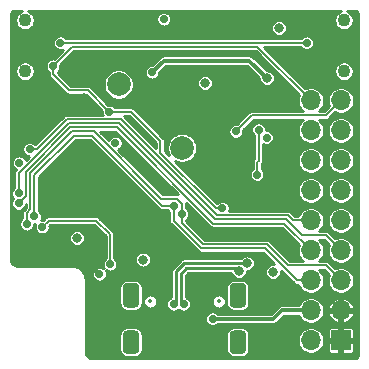
<source format=gbr>
%TF.GenerationSoftware,KiCad,Pcbnew,(5.1.12-1-10_14)*%
%TF.CreationDate,2022-02-28T13:43:54+08:00*%
%TF.ProjectId,DeerMon,44656572-4d6f-46e2-9e6b-696361645f70,rev?*%
%TF.SameCoordinates,Original*%
%TF.FileFunction,Copper,L4,Bot*%
%TF.FilePolarity,Positive*%
%FSLAX46Y46*%
G04 Gerber Fmt 4.6, Leading zero omitted, Abs format (unit mm)*
G04 Created by KiCad (PCBNEW (5.1.12-1-10_14)) date 2022-02-28 13:43:54*
%MOMM*%
%LPD*%
G01*
G04 APERTURE LIST*
%TA.AperFunction,ComponentPad*%
%ADD10C,2.000000*%
%TD*%
%TA.AperFunction,ComponentPad*%
%ADD11O,1.700000X1.700000*%
%TD*%
%TA.AperFunction,ComponentPad*%
%ADD12R,1.700000X1.700000*%
%TD*%
%TA.AperFunction,ComponentPad*%
%ADD13C,1.100000*%
%TD*%
%TA.AperFunction,SMDPad,CuDef*%
%ADD14C,0.350000*%
%TD*%
%TA.AperFunction,ComponentPad*%
%ADD15C,0.500000*%
%TD*%
%TA.AperFunction,ViaPad*%
%ADD16C,0.500000*%
%TD*%
%TA.AperFunction,ViaPad*%
%ADD17C,0.800000*%
%TD*%
%TA.AperFunction,ViaPad*%
%ADD18C,0.700000*%
%TD*%
%TA.AperFunction,Conductor*%
%ADD19C,0.200000*%
%TD*%
%TA.AperFunction,Conductor*%
%ADD20C,0.350000*%
%TD*%
%TA.AperFunction,Conductor*%
%ADD21C,0.280000*%
%TD*%
%TA.AperFunction,Conductor*%
%ADD22C,0.254000*%
%TD*%
%ADD23C,0.300000*%
%ADD24C,0.350000*%
%ADD25C,0.250000*%
%ADD26O,0.600000X1.200000*%
%ADD27O,0.600000X1.700000*%
G04 APERTURE END LIST*
D10*
%TO.P,BZ1,2*%
%TO.N,Net-(BZ1-Pad2)*%
X9425988Y23474012D03*
%TO.P,BZ1,1*%
%TO.N,+5V*%
X14800000Y18100000D03*
%TD*%
D11*
%TO.P,J3,18*%
%TO.N,/BOOT*%
X25710000Y22120000D03*
%TO.P,J3,17*%
%TO.N,/EN*%
X28250000Y22120000D03*
%TO.P,J3,16*%
%TO.N,/IO26*%
X25710000Y19580000D03*
%TO.P,J3,15*%
%TO.N,/IO27*%
X28250000Y19580000D03*
%TO.P,J3,14*%
%TO.N,/IO33*%
X25710000Y17040000D03*
%TO.P,J3,13*%
%TO.N,/IO25*%
X28250000Y17040000D03*
%TO.P,J3,12*%
%TO.N,/IO35*%
X25710000Y14500000D03*
%TO.P,J3,11*%
%TO.N,/IO32*%
X28250000Y14500000D03*
%TO.P,J3,10*%
%TO.N,/IO5*%
X25710000Y11960000D03*
%TO.P,J3,9*%
%TO.N,/IO34*%
X28250000Y11960000D03*
%TO.P,J3,8*%
%TO.N,/IO22*%
X25710000Y9420000D03*
%TO.P,J3,7*%
%TO.N,/IO19*%
X28250000Y9420000D03*
%TO.P,J3,6*%
%TO.N,/ESP_TX*%
X25710000Y6880000D03*
%TO.P,J3,5*%
%TO.N,/ESP_RX*%
X28250000Y6880000D03*
%TO.P,J3,4*%
%TO.N,+5V*%
X25710000Y4340000D03*
%TO.P,J3,3*%
%TO.N,GND*%
X28250000Y4340000D03*
%TO.P,J3,2*%
%TO.N,+3V3*%
X25710000Y1800000D03*
D12*
%TO.P,J3,1*%
%TO.N,GND*%
X28250000Y1800000D03*
%TD*%
D13*
%TO.P,SW1,*%
%TO.N,*%
X1500000Y24600000D03*
X1500000Y28900000D03*
%TD*%
%TO.P,SW2,*%
%TO.N,*%
X28500000Y28900000D03*
X28500000Y24600000D03*
%TD*%
%TA.AperFunction,SMDPad,CuDef*%
D14*
%TO.P,U4,49*%
%TO.N,GND*%
G36*
X9181981Y15500000D02*
G01*
X6000000Y12318019D01*
X2818019Y15500000D01*
X6000000Y18681981D01*
X9181981Y15500000D01*
G37*
%TD.AperFunction*%
D15*
X8156676Y16171751D03*
X7414214Y16914214D03*
X6671751Y17656676D03*
X7484924Y15500000D03*
X6742462Y16242462D03*
X6000000Y16984924D03*
X6742462Y14757538D03*
X6000000Y15500000D03*
X5257538Y16242462D03*
X6000000Y14015076D03*
X5257538Y14757538D03*
X4515076Y15500000D03*
X5328249Y17656676D03*
X8156676Y14828249D03*
X4585786Y16914214D03*
X7414214Y14085786D03*
X3843324Y16171751D03*
X6671751Y13343324D03*
X3843324Y14828249D03*
X4585786Y14085786D03*
X5328249Y13343324D03*
%TD*%
%TO.P,J1,S1*%
%TO.N,Net-(J1-PadS1)*%
%TA.AperFunction,ComponentPad*%
G36*
G01*
X18825000Y1000000D02*
X18825000Y2300000D01*
G75*
G02*
X19175000Y2650000I350000J0D01*
G01*
X19875000Y2650000D01*
G75*
G02*
X20225000Y2300000I0J-350000D01*
G01*
X20225000Y1000000D01*
G75*
G02*
X19875000Y650000I-350000J0D01*
G01*
X19175000Y650000D01*
G75*
G02*
X18825000Y1000000I0J350000D01*
G01*
G37*
%TD.AperFunction*%
%TA.AperFunction,ComponentPad*%
G36*
G01*
X9775000Y1000000D02*
X9775000Y2300000D01*
G75*
G02*
X10125000Y2650000I350000J0D01*
G01*
X10825000Y2650000D01*
G75*
G02*
X11175000Y2300000I0J-350000D01*
G01*
X11175000Y1000000D01*
G75*
G02*
X10825000Y650000I-350000J0D01*
G01*
X10125000Y650000D01*
G75*
G02*
X9775000Y1000000I0J350000D01*
G01*
G37*
%TD.AperFunction*%
%TA.AperFunction,ComponentPad*%
G36*
G01*
X9775000Y4930000D02*
X9775000Y6330000D01*
G75*
G02*
X10125000Y6680000I350000J0D01*
G01*
X10825000Y6680000D01*
G75*
G02*
X11175000Y6330000I0J-350000D01*
G01*
X11175000Y4930000D01*
G75*
G02*
X10825000Y4580000I-350000J0D01*
G01*
X10125000Y4580000D01*
G75*
G02*
X9775000Y4930000I0J350000D01*
G01*
G37*
%TD.AperFunction*%
%TA.AperFunction,ComponentPad*%
G36*
G01*
X18825000Y4930000D02*
X18825000Y6330000D01*
G75*
G02*
X19175000Y6680000I350000J0D01*
G01*
X19875000Y6680000D01*
G75*
G02*
X20225000Y6330000I0J-350000D01*
G01*
X20225000Y4930000D01*
G75*
G02*
X19875000Y4580000I-350000J0D01*
G01*
X19175000Y4580000D01*
G75*
G02*
X18825000Y4930000I0J350000D01*
G01*
G37*
%TD.AperFunction*%
%TD*%
D16*
%TO.N,GND*%
X7100000Y10200000D03*
X12000000Y3500000D03*
X17425000Y2400000D03*
X14525000Y2675000D03*
X6000000Y29500000D03*
X2500000Y23500000D03*
X22600000Y18275000D03*
X22650000Y16100000D03*
X16100000Y19450000D03*
X18250000Y19150000D03*
X10350000Y20550000D03*
X10850000Y11250000D03*
X2750000Y9750000D03*
X1000000Y19500000D03*
X13100000Y15300000D03*
X13100000Y14450000D03*
X22650000Y11000000D03*
X22650000Y10000000D03*
X22425000Y13375000D03*
X23100000Y14050000D03*
X19650000Y13100000D03*
X18300000Y11000000D03*
X17000000Y10750000D03*
X14250000Y10750000D03*
X13200000Y10350000D03*
X11650000Y13850000D03*
X11650000Y13050000D03*
X11550000Y10600000D03*
X9750000Y8650000D03*
X9250000Y9150000D03*
X16700000Y18850000D03*
X21000000Y23250000D03*
X23000000Y23250000D03*
X18500000Y24600000D03*
X19250000Y24600000D03*
X18500000Y26100000D03*
X22050000Y27600000D03*
X25300000Y25050000D03*
X25750000Y24600000D03*
X25500000Y29000000D03*
X26000000Y28500000D03*
X4000000Y28450000D03*
X11500000Y28000000D03*
X12000000Y23750000D03*
X11250000Y23750000D03*
X11250000Y23000000D03*
X8250000Y22350000D03*
X4500000Y22500000D03*
X7750000Y25800000D03*
X5950000Y21500000D03*
X5050000Y21500000D03*
X5750000Y23500000D03*
X6500000Y23500000D03*
X6500000Y22500000D03*
X22050000Y19750000D03*
X15000000Y23250000D03*
X15750000Y24000000D03*
X15900000Y4750000D03*
X8700000Y3500000D03*
X3000000Y8500000D03*
X4000000Y8500000D03*
X1000000Y8500000D03*
X2000000Y8500000D03*
X6350000Y8700000D03*
X7000000Y6000000D03*
X7000000Y5000000D03*
X7000000Y4000000D03*
X7000000Y3000000D03*
X7000000Y2000000D03*
X7000000Y1000000D03*
X6900000Y9350000D03*
X8000000Y500000D03*
X500000Y10000000D03*
X500000Y12000000D03*
X500000Y23000000D03*
X500000Y21000000D03*
X4000000Y29500000D03*
X8000000Y29500000D03*
X10000000Y29500000D03*
X12000000Y29500000D03*
X14000000Y29500000D03*
X16000000Y29500000D03*
X18000000Y29500000D03*
X20000000Y29500000D03*
X22000000Y29500000D03*
X24000000Y29500000D03*
X26000000Y29500000D03*
X500000Y27000000D03*
X29500000Y27000000D03*
X12000000Y500000D03*
X14000000Y500000D03*
X16000000Y500000D03*
X18000000Y500000D03*
X3400000Y9050000D03*
X3750000Y20250000D03*
X7000000Y21250000D03*
X8150000Y9350000D03*
X8200000Y10200000D03*
X7000000Y7000000D03*
X7150000Y7800000D03*
X7750000Y8500000D03*
X5500000Y8500000D03*
X23200000Y6500000D03*
X21550000Y6500000D03*
X22000000Y500000D03*
X24000000Y500000D03*
X22850000Y1250000D03*
X23750000Y1250000D03*
D17*
%TO.N,+3V3*%
X5900000Y10475000D03*
D18*
X21150000Y15850000D03*
D17*
X16750000Y23600000D03*
D18*
X13250000Y29000000D03*
D17*
X23000000Y28250000D03*
D18*
X9150000Y18525000D03*
D17*
X11500000Y8650000D03*
X22500000Y7600000D03*
D18*
X21275000Y19650000D03*
X7800000Y7400000D03*
X1000000Y16850000D03*
%TO.N,+5V*%
X17375000Y3625000D03*
X21950000Y18975000D03*
%TO.N,/EN*%
X19350000Y19500000D03*
%TO.N,/D+*%
X14925000Y4875000D03*
D17*
X19614124Y7664124D03*
D18*
%TO.N,/D-*%
X14075000Y4875000D03*
D17*
X20285876Y8335876D03*
D18*
%TO.N,/LEDK*%
X12250000Y24500000D03*
D17*
X22000000Y24000000D03*
D18*
%TO.N,/BOOT*%
X3875000Y25050000D03*
X8650000Y21150000D03*
X18200000Y13000000D03*
%TO.N,/ESP_TX*%
X14100000Y13200000D03*
X2300000Y12300000D03*
%TO.N,/ESP_RX*%
X14775000Y12525000D03*
X1650000Y11650000D03*
%TO.N,/BLK*%
X4500000Y27000000D03*
X25350000Y27000000D03*
%TO.N,/IO22*%
X950000Y13400000D03*
%TO.N,/IO5*%
X1900000Y18000000D03*
%TO.N,/IO19*%
X950000Y14250000D03*
%TO.N,/RMT_RGB*%
X8700000Y8250000D03*
X2950000Y11400000D03*
%TD*%
D19*
%TO.N,+3V3*%
X21150000Y15850000D02*
X21150000Y16900000D01*
X21275000Y17025000D02*
X21275000Y19650000D01*
X21150000Y16900000D02*
X21275000Y17025000D01*
D20*
%TO.N,+5V*%
X25710000Y4340000D02*
X23240000Y4340000D01*
X22525000Y3625000D02*
X17375000Y3625000D01*
X23240000Y4340000D02*
X22525000Y3625000D01*
D19*
%TO.N,/EN*%
X19350000Y19500000D02*
X20700000Y20850000D01*
X26980000Y20850000D02*
X28250000Y22120000D01*
X20700000Y20850000D02*
X26980000Y20850000D01*
D21*
%TO.N,/D+*%
X14715000Y7465000D02*
X14715000Y5085000D01*
X19614124Y7664124D02*
X19372372Y7905876D01*
X15155876Y7905876D02*
X14715000Y7465000D01*
X14715000Y5085000D02*
X14925000Y4875000D01*
X19372372Y7905876D02*
X15155876Y7905876D01*
%TO.N,/D-*%
X14285000Y5085000D02*
X14075000Y4875000D01*
X14285000Y7643112D02*
X14285000Y5085000D01*
X19282923Y8354125D02*
X19264674Y8335876D01*
X19963574Y8335876D02*
X19945325Y8354125D01*
X20285876Y8335876D02*
X19963574Y8335876D01*
X14977764Y8335876D02*
X14285000Y7643112D01*
X19945325Y8354125D02*
X19282923Y8354125D01*
X19264674Y8335876D02*
X14977764Y8335876D01*
D20*
%TO.N,/LEDK*%
X22000000Y24000000D02*
X20500000Y25500000D01*
X13250000Y25500000D02*
X12250000Y24500000D01*
X20500000Y25500000D02*
X13250000Y25500000D01*
D19*
%TO.N,/BOOT*%
X21180000Y26650000D02*
X25710000Y22120000D01*
X5475000Y26650000D02*
X21180000Y26650000D01*
X3875000Y25050000D02*
X5475000Y26650000D01*
X3875000Y25050000D02*
X3875000Y24325000D01*
X8650000Y21150000D02*
X6800000Y23000000D01*
X6800000Y23000000D02*
X5200000Y23000000D01*
X5200000Y23000000D02*
X3875000Y24325000D01*
X8650000Y21150000D02*
X10500000Y21150000D01*
X10500000Y21150000D02*
X12950000Y18700000D01*
X12950000Y18700000D02*
X12950000Y17700000D01*
X17650000Y13000000D02*
X18200000Y13000000D01*
X12950000Y17700000D02*
X17650000Y13000000D01*
%TO.N,/ESP_TX*%
X13100000Y13200000D02*
X14100000Y13200000D01*
X7150000Y19150000D02*
X13100000Y13200000D01*
X5650000Y19150000D02*
X7150000Y19150000D01*
X2300000Y15800000D02*
X5650000Y19150000D01*
X2300000Y12300000D02*
X2300000Y15800000D01*
X21800000Y9600000D02*
X24520000Y6880000D01*
X16400000Y9600000D02*
X21800000Y9600000D01*
X24520000Y6880000D02*
X25710000Y6880000D01*
X14100000Y11900000D02*
X16400000Y9600000D01*
X14100000Y13200000D02*
X14100000Y11900000D01*
%TO.N,/ESP_RX*%
X1650000Y11650000D02*
X1650000Y12600000D01*
X1950000Y12900000D02*
X1950000Y15950000D01*
X13000000Y13800000D02*
X14350000Y13800000D01*
X1650000Y12600000D02*
X1950000Y12900000D01*
X13000000Y13800000D02*
X7300000Y19500000D01*
X14350000Y13800000D02*
X14775000Y13375000D01*
X14775000Y13375000D02*
X14775000Y12525000D01*
X5500000Y19500000D02*
X7300000Y19500000D01*
X1950000Y15950000D02*
X5500000Y19500000D01*
X16550000Y9950000D02*
X21950000Y9950000D01*
X21950000Y9950000D02*
X23750000Y8150000D01*
X23750000Y8150000D02*
X26980000Y8150000D01*
X14775000Y11725000D02*
X16550000Y9950000D01*
X26980000Y8150000D02*
X28250000Y6880000D01*
X14775000Y12525000D02*
X14775000Y11725000D01*
%TO.N,/BLK*%
X25350000Y27000000D02*
X4500000Y27000000D01*
%TO.N,/IO22*%
X1600000Y14050000D02*
X950000Y13400000D01*
X1600000Y16100000D02*
X1600000Y14050000D01*
X5350000Y19850000D02*
X1600000Y16100000D01*
X9300000Y19850000D02*
X5350000Y19850000D01*
X17450000Y11700000D02*
X9300000Y19850000D01*
X23430000Y11700000D02*
X17450000Y11700000D01*
X25710000Y9420000D02*
X23430000Y11700000D01*
%TO.N,/IO5*%
X25349999Y11599999D02*
X25710000Y11960000D01*
X24190000Y11960000D02*
X25710000Y11960000D01*
X17750000Y12400000D02*
X23750000Y12400000D01*
X5050000Y20550000D02*
X9600000Y20550000D01*
X23750000Y12400000D02*
X24190000Y11960000D01*
X2500000Y18000000D02*
X5050000Y20550000D01*
X9600000Y20550000D02*
X17750000Y12400000D01*
X1900000Y18000000D02*
X2500000Y18000000D01*
%TO.N,/IO19*%
X26970000Y10700000D02*
X28250000Y9420000D01*
X23600000Y12050000D02*
X24950000Y10700000D01*
X9450000Y20200000D02*
X17600000Y12050000D01*
X17600000Y12050000D02*
X23600000Y12050000D01*
X5200000Y20200000D02*
X9450000Y20200000D01*
X24950000Y10700000D02*
X26970000Y10700000D01*
X950000Y15950000D02*
X5200000Y20200000D01*
X950000Y14250000D02*
X950000Y15950000D01*
%TO.N,/RMT_RGB*%
X8700000Y10775000D02*
X8700000Y8250000D01*
X2950000Y11400000D02*
X3500000Y11950000D01*
X3500000Y11950000D02*
X7525000Y11950000D01*
X8700000Y10775000D02*
X7525000Y11950000D01*
%TD*%
D22*
%TO.N,GND*%
X1258773Y29695218D02*
X1108269Y29632877D01*
X972819Y29542372D01*
X857628Y29427181D01*
X767123Y29291731D01*
X704782Y29141227D01*
X673000Y28981452D01*
X673000Y28818548D01*
X704782Y28658773D01*
X767123Y28508269D01*
X857628Y28372819D01*
X972819Y28257628D01*
X1108269Y28167123D01*
X1258773Y28104782D01*
X1418548Y28073000D01*
X1581452Y28073000D01*
X1741227Y28104782D01*
X1891731Y28167123D01*
X2027181Y28257628D01*
X2086232Y28316679D01*
X22323000Y28316679D01*
X22323000Y28183321D01*
X22349016Y28052526D01*
X22400050Y27929320D01*
X22474140Y27818437D01*
X22568437Y27724140D01*
X22679320Y27650050D01*
X22802526Y27599016D01*
X22933321Y27573000D01*
X23066679Y27573000D01*
X23197474Y27599016D01*
X23320680Y27650050D01*
X23431563Y27724140D01*
X23525860Y27818437D01*
X23599950Y27929320D01*
X23650984Y28052526D01*
X23677000Y28183321D01*
X23677000Y28316679D01*
X23650984Y28447474D01*
X23599950Y28570680D01*
X23525860Y28681563D01*
X23431563Y28775860D01*
X23320680Y28849950D01*
X23197474Y28900984D01*
X23066679Y28927000D01*
X22933321Y28927000D01*
X22802526Y28900984D01*
X22679320Y28849950D01*
X22568437Y28775860D01*
X22474140Y28681563D01*
X22400050Y28570680D01*
X22349016Y28447474D01*
X22323000Y28316679D01*
X2086232Y28316679D01*
X2142372Y28372819D01*
X2232877Y28508269D01*
X2295218Y28658773D01*
X2327000Y28818548D01*
X2327000Y28981452D01*
X2311027Y29061754D01*
X12623000Y29061754D01*
X12623000Y28938246D01*
X12647095Y28817111D01*
X12694360Y28703004D01*
X12762977Y28600311D01*
X12850311Y28512977D01*
X12953004Y28444360D01*
X13067111Y28397095D01*
X13188246Y28373000D01*
X13311754Y28373000D01*
X13432889Y28397095D01*
X13546996Y28444360D01*
X13649689Y28512977D01*
X13737023Y28600311D01*
X13805640Y28703004D01*
X13852905Y28817111D01*
X13877000Y28938246D01*
X13877000Y29061754D01*
X13852905Y29182889D01*
X13805640Y29296996D01*
X13737023Y29399689D01*
X13649689Y29487023D01*
X13546996Y29555640D01*
X13432889Y29602905D01*
X13311754Y29627000D01*
X13188246Y29627000D01*
X13067111Y29602905D01*
X12953004Y29555640D01*
X12850311Y29487023D01*
X12762977Y29399689D01*
X12694360Y29296996D01*
X12647095Y29182889D01*
X12623000Y29061754D01*
X2311027Y29061754D01*
X2295218Y29141227D01*
X2232877Y29291731D01*
X2142372Y29427181D01*
X2027181Y29542372D01*
X1891731Y29632877D01*
X1741227Y29695218D01*
X1727241Y29698000D01*
X28272759Y29698000D01*
X28258773Y29695218D01*
X28108269Y29632877D01*
X27972819Y29542372D01*
X27857628Y29427181D01*
X27767123Y29291731D01*
X27704782Y29141227D01*
X27673000Y28981452D01*
X27673000Y28818548D01*
X27704782Y28658773D01*
X27767123Y28508269D01*
X27857628Y28372819D01*
X27972819Y28257628D01*
X28108269Y28167123D01*
X28258773Y28104782D01*
X28418548Y28073000D01*
X28581452Y28073000D01*
X28741227Y28104782D01*
X28891731Y28167123D01*
X29027181Y28257628D01*
X29142372Y28372819D01*
X29232877Y28508269D01*
X29295218Y28658773D01*
X29327000Y28818548D01*
X29327000Y28981452D01*
X29295218Y29141227D01*
X29232877Y29291731D01*
X29142372Y29427181D01*
X29027181Y29542372D01*
X28891731Y29632877D01*
X28741227Y29695218D01*
X28727241Y29698000D01*
X29485228Y29698000D01*
X29522460Y29694350D01*
X29616870Y29616870D01*
X29694328Y29522488D01*
X29698001Y29487536D01*
X29698000Y514772D01*
X29694349Y477539D01*
X29616870Y383130D01*
X29522488Y305672D01*
X29487547Y302000D01*
X6981987Y302000D01*
X6883130Y383130D01*
X6774638Y515328D01*
X6694022Y666150D01*
X6644376Y829811D01*
X6627000Y1006234D01*
X6627000Y2300000D01*
X9496660Y2300000D01*
X9496660Y1000000D01*
X9508733Y877417D01*
X9544490Y759545D01*
X9602554Y650913D01*
X9680697Y555697D01*
X9775913Y477554D01*
X9884545Y419490D01*
X10002417Y383733D01*
X10125000Y371660D01*
X10825000Y371660D01*
X10947583Y383733D01*
X11065455Y419490D01*
X11174087Y477554D01*
X11269303Y555697D01*
X11347446Y650913D01*
X11405510Y759545D01*
X11441267Y877417D01*
X11453340Y1000000D01*
X11453340Y2300000D01*
X18546660Y2300000D01*
X18546660Y1000000D01*
X18558733Y877417D01*
X18594490Y759545D01*
X18652554Y650913D01*
X18730697Y555697D01*
X18825913Y477554D01*
X18934545Y419490D01*
X19052417Y383733D01*
X19175000Y371660D01*
X19875000Y371660D01*
X19997583Y383733D01*
X20115455Y419490D01*
X20224087Y477554D01*
X20319303Y555697D01*
X20397446Y650913D01*
X20455510Y759545D01*
X20491267Y877417D01*
X20503340Y1000000D01*
X20503340Y1911000D01*
X24583000Y1911000D01*
X24583000Y1689000D01*
X24626310Y1471266D01*
X24711266Y1266165D01*
X24834602Y1081579D01*
X24991579Y924602D01*
X25176165Y801266D01*
X25381266Y716310D01*
X25599000Y673000D01*
X25821000Y673000D01*
X26038734Y716310D01*
X26243835Y801266D01*
X26428421Y924602D01*
X26453819Y950000D01*
X27121660Y950000D01*
X27127008Y895699D01*
X27142847Y843484D01*
X27168569Y795363D01*
X27203184Y753184D01*
X27245363Y718569D01*
X27293484Y692847D01*
X27345699Y677008D01*
X27400000Y671660D01*
X28053750Y673000D01*
X28123000Y742250D01*
X28123000Y1673000D01*
X28377000Y1673000D01*
X28377000Y742250D01*
X28446250Y673000D01*
X29100000Y671660D01*
X29154301Y677008D01*
X29206516Y692847D01*
X29254637Y718569D01*
X29296816Y753184D01*
X29331431Y795363D01*
X29357153Y843484D01*
X29372992Y895699D01*
X29378340Y950000D01*
X29377000Y1603750D01*
X29307750Y1673000D01*
X28377000Y1673000D01*
X28123000Y1673000D01*
X27192250Y1673000D01*
X27123000Y1603750D01*
X27121660Y950000D01*
X26453819Y950000D01*
X26585398Y1081579D01*
X26708734Y1266165D01*
X26793690Y1471266D01*
X26837000Y1689000D01*
X26837000Y1911000D01*
X26793690Y2128734D01*
X26708734Y2333835D01*
X26585398Y2518421D01*
X26453819Y2650000D01*
X27121660Y2650000D01*
X27123000Y1996250D01*
X27192250Y1927000D01*
X28123000Y1927000D01*
X28123000Y2857750D01*
X28377000Y2857750D01*
X28377000Y1927000D01*
X29307750Y1927000D01*
X29377000Y1996250D01*
X29378340Y2650000D01*
X29372992Y2704301D01*
X29357153Y2756516D01*
X29331431Y2804637D01*
X29296816Y2846816D01*
X29254637Y2881431D01*
X29206516Y2907153D01*
X29154301Y2922992D01*
X29100000Y2928340D01*
X28446250Y2927000D01*
X28377000Y2857750D01*
X28123000Y2857750D01*
X28053750Y2927000D01*
X27400000Y2928340D01*
X27345699Y2922992D01*
X27293484Y2907153D01*
X27245363Y2881431D01*
X27203184Y2846816D01*
X27168569Y2804637D01*
X27142847Y2756516D01*
X27127008Y2704301D01*
X27121660Y2650000D01*
X26453819Y2650000D01*
X26428421Y2675398D01*
X26243835Y2798734D01*
X26038734Y2883690D01*
X25821000Y2927000D01*
X25599000Y2927000D01*
X25381266Y2883690D01*
X25176165Y2798734D01*
X24991579Y2675398D01*
X24834602Y2518421D01*
X24711266Y2333835D01*
X24626310Y2128734D01*
X24583000Y1911000D01*
X20503340Y1911000D01*
X20503340Y2300000D01*
X20491267Y2422583D01*
X20455510Y2540455D01*
X20397446Y2649087D01*
X20319303Y2744303D01*
X20224087Y2822446D01*
X20115455Y2880510D01*
X19997583Y2916267D01*
X19875000Y2928340D01*
X19175000Y2928340D01*
X19052417Y2916267D01*
X18934545Y2880510D01*
X18825913Y2822446D01*
X18730697Y2744303D01*
X18652554Y2649087D01*
X18594490Y2540455D01*
X18558733Y2422583D01*
X18546660Y2300000D01*
X11453340Y2300000D01*
X11441267Y2422583D01*
X11405510Y2540455D01*
X11347446Y2649087D01*
X11269303Y2744303D01*
X11174087Y2822446D01*
X11065455Y2880510D01*
X10947583Y2916267D01*
X10825000Y2928340D01*
X10125000Y2928340D01*
X10002417Y2916267D01*
X9884545Y2880510D01*
X9775913Y2822446D01*
X9680697Y2744303D01*
X9602554Y2649087D01*
X9544490Y2540455D01*
X9508733Y2422583D01*
X9496660Y2300000D01*
X6627000Y2300000D01*
X6627000Y3686754D01*
X16748000Y3686754D01*
X16748000Y3563246D01*
X16772095Y3442111D01*
X16819360Y3328004D01*
X16887977Y3225311D01*
X16975311Y3137977D01*
X17078004Y3069360D01*
X17192111Y3022095D01*
X17313246Y2998000D01*
X17436754Y2998000D01*
X17557889Y3022095D01*
X17671996Y3069360D01*
X17774689Y3137977D01*
X17809712Y3173000D01*
X22502795Y3173000D01*
X22525000Y3170813D01*
X22547205Y3173000D01*
X22613607Y3179540D01*
X22698810Y3205386D01*
X22777333Y3247357D01*
X22846159Y3303841D01*
X22860323Y3321100D01*
X23427224Y3888000D01*
X24677369Y3888000D01*
X24711266Y3806165D01*
X24834602Y3621579D01*
X24991579Y3464602D01*
X25176165Y3341266D01*
X25381266Y3256310D01*
X25599000Y3213000D01*
X25821000Y3213000D01*
X26038734Y3256310D01*
X26243835Y3341266D01*
X26428421Y3464602D01*
X26585398Y3621579D01*
X26708734Y3806165D01*
X26793690Y4011266D01*
X26799283Y4039385D01*
X27163833Y4039385D01*
X27179866Y3986508D01*
X27269391Y3784527D01*
X27396601Y3603893D01*
X27556606Y3451547D01*
X27743258Y3333344D01*
X27949384Y3253826D01*
X28123000Y3289422D01*
X28123000Y4213000D01*
X28377000Y4213000D01*
X28377000Y3289422D01*
X28550616Y3253826D01*
X28756742Y3333344D01*
X28943394Y3451547D01*
X29103399Y3603893D01*
X29230609Y3784527D01*
X29320134Y3986508D01*
X29336167Y4039385D01*
X29300098Y4213000D01*
X28377000Y4213000D01*
X28123000Y4213000D01*
X27199902Y4213000D01*
X27163833Y4039385D01*
X26799283Y4039385D01*
X26837000Y4229000D01*
X26837000Y4451000D01*
X26799284Y4640615D01*
X27163833Y4640615D01*
X27199902Y4467000D01*
X28123000Y4467000D01*
X28123000Y5390578D01*
X28377000Y5390578D01*
X28377000Y4467000D01*
X29300098Y4467000D01*
X29336167Y4640615D01*
X29320134Y4693492D01*
X29230609Y4895473D01*
X29103399Y5076107D01*
X28943394Y5228453D01*
X28756742Y5346656D01*
X28550616Y5426174D01*
X28377000Y5390578D01*
X28123000Y5390578D01*
X27949384Y5426174D01*
X27743258Y5346656D01*
X27556606Y5228453D01*
X27396601Y5076107D01*
X27269391Y4895473D01*
X27179866Y4693492D01*
X27163833Y4640615D01*
X26799284Y4640615D01*
X26793690Y4668734D01*
X26708734Y4873835D01*
X26585398Y5058421D01*
X26428421Y5215398D01*
X26243835Y5338734D01*
X26038734Y5423690D01*
X25821000Y5467000D01*
X25599000Y5467000D01*
X25381266Y5423690D01*
X25176165Y5338734D01*
X24991579Y5215398D01*
X24834602Y5058421D01*
X24711266Y4873835D01*
X24677369Y4792000D01*
X23262205Y4792000D01*
X23240000Y4794187D01*
X23151392Y4785460D01*
X23066190Y4759614D01*
X22987667Y4717643D01*
X22918841Y4661159D01*
X22904681Y4643905D01*
X22337777Y4077000D01*
X17809712Y4077000D01*
X17774689Y4112023D01*
X17671996Y4180640D01*
X17557889Y4227905D01*
X17436754Y4252000D01*
X17313246Y4252000D01*
X17192111Y4227905D01*
X17078004Y4180640D01*
X16975311Y4112023D01*
X16887977Y4024689D01*
X16819360Y3921996D01*
X16772095Y3807889D01*
X16748000Y3686754D01*
X6627000Y3686754D01*
X6627000Y6330000D01*
X9496660Y6330000D01*
X9496660Y4930000D01*
X9508733Y4807417D01*
X9544490Y4689545D01*
X9602554Y4580913D01*
X9680697Y4485697D01*
X9775913Y4407554D01*
X9884545Y4349490D01*
X10002417Y4313733D01*
X10125000Y4301660D01*
X10825000Y4301660D01*
X10947583Y4313733D01*
X11065455Y4349490D01*
X11174087Y4407554D01*
X11269303Y4485697D01*
X11347446Y4580913D01*
X11405510Y4689545D01*
X11441267Y4807417D01*
X11453340Y4930000D01*
X11453340Y5159292D01*
X11498000Y5159292D01*
X11498000Y5040708D01*
X11521134Y4924403D01*
X11566514Y4814846D01*
X11632396Y4716247D01*
X11716247Y4632396D01*
X11814846Y4566514D01*
X11924403Y4521134D01*
X12040708Y4498000D01*
X12159292Y4498000D01*
X12275597Y4521134D01*
X12385154Y4566514D01*
X12483753Y4632396D01*
X12567604Y4716247D01*
X12633486Y4814846D01*
X12678866Y4924403D01*
X12681322Y4936754D01*
X13448000Y4936754D01*
X13448000Y4813246D01*
X13472095Y4692111D01*
X13519360Y4578004D01*
X13587977Y4475311D01*
X13675311Y4387977D01*
X13778004Y4319360D01*
X13892111Y4272095D01*
X14013246Y4248000D01*
X14136754Y4248000D01*
X14257889Y4272095D01*
X14371996Y4319360D01*
X14474689Y4387977D01*
X14500000Y4413288D01*
X14525311Y4387977D01*
X14628004Y4319360D01*
X14742111Y4272095D01*
X14863246Y4248000D01*
X14986754Y4248000D01*
X15107889Y4272095D01*
X15221996Y4319360D01*
X15324689Y4387977D01*
X15412023Y4475311D01*
X15480640Y4578004D01*
X15527905Y4692111D01*
X15552000Y4813246D01*
X15552000Y4936754D01*
X15527905Y5057889D01*
X15485903Y5159292D01*
X17298000Y5159292D01*
X17298000Y5040708D01*
X17321134Y4924403D01*
X17366514Y4814846D01*
X17432396Y4716247D01*
X17516247Y4632396D01*
X17614846Y4566514D01*
X17724403Y4521134D01*
X17840708Y4498000D01*
X17959292Y4498000D01*
X18075597Y4521134D01*
X18185154Y4566514D01*
X18283753Y4632396D01*
X18367604Y4716247D01*
X18433486Y4814846D01*
X18478866Y4924403D01*
X18502000Y5040708D01*
X18502000Y5159292D01*
X18478866Y5275597D01*
X18433486Y5385154D01*
X18367604Y5483753D01*
X18283753Y5567604D01*
X18185154Y5633486D01*
X18075597Y5678866D01*
X17959292Y5702000D01*
X17840708Y5702000D01*
X17724403Y5678866D01*
X17614846Y5633486D01*
X17516247Y5567604D01*
X17432396Y5483753D01*
X17366514Y5385154D01*
X17321134Y5275597D01*
X17298000Y5159292D01*
X15485903Y5159292D01*
X15480640Y5171996D01*
X15412023Y5274689D01*
X15324689Y5362023D01*
X15221996Y5430640D01*
X15132000Y5467918D01*
X15132000Y6330000D01*
X18546660Y6330000D01*
X18546660Y4930000D01*
X18558733Y4807417D01*
X18594490Y4689545D01*
X18652554Y4580913D01*
X18730697Y4485697D01*
X18825913Y4407554D01*
X18934545Y4349490D01*
X19052417Y4313733D01*
X19175000Y4301660D01*
X19875000Y4301660D01*
X19997583Y4313733D01*
X20115455Y4349490D01*
X20224087Y4407554D01*
X20319303Y4485697D01*
X20397446Y4580913D01*
X20455510Y4689545D01*
X20491267Y4807417D01*
X20503340Y4930000D01*
X20503340Y6330000D01*
X20491267Y6452583D01*
X20455510Y6570455D01*
X20397446Y6679087D01*
X20319303Y6774303D01*
X20224087Y6852446D01*
X20115455Y6910510D01*
X19997583Y6946267D01*
X19875000Y6958340D01*
X19175000Y6958340D01*
X19052417Y6946267D01*
X18934545Y6910510D01*
X18825913Y6852446D01*
X18730697Y6774303D01*
X18652554Y6679087D01*
X18594490Y6570455D01*
X18558733Y6452583D01*
X18546660Y6330000D01*
X15132000Y6330000D01*
X15132000Y7292274D01*
X15328603Y7488876D01*
X18958719Y7488876D01*
X18963140Y7466650D01*
X19014174Y7343444D01*
X19088264Y7232561D01*
X19182561Y7138264D01*
X19293444Y7064174D01*
X19416650Y7013140D01*
X19547445Y6987124D01*
X19680803Y6987124D01*
X19811598Y7013140D01*
X19934804Y7064174D01*
X20045687Y7138264D01*
X20139984Y7232561D01*
X20214074Y7343444D01*
X20265108Y7466650D01*
X20291124Y7597445D01*
X20291124Y7658876D01*
X20352555Y7658876D01*
X20483350Y7684892D01*
X20606556Y7735926D01*
X20717439Y7810016D01*
X20811736Y7904313D01*
X20885826Y8015196D01*
X20936860Y8138402D01*
X20962876Y8269197D01*
X20962876Y8402555D01*
X20936860Y8533350D01*
X20885826Y8656556D01*
X20811736Y8767439D01*
X20717439Y8861736D01*
X20606556Y8935826D01*
X20483350Y8986860D01*
X20352555Y9012876D01*
X20219197Y9012876D01*
X20088402Y8986860D01*
X19965196Y8935826D01*
X19854313Y8861736D01*
X19763702Y8771125D01*
X19303400Y8771125D01*
X19282923Y8773142D01*
X19262446Y8771125D01*
X19262443Y8771125D01*
X19201177Y8765091D01*
X19160910Y8752876D01*
X14998240Y8752876D01*
X14977763Y8754893D01*
X14957286Y8752876D01*
X14957284Y8752876D01*
X14896018Y8746842D01*
X14817413Y8722997D01*
X14744971Y8684276D01*
X14681474Y8632166D01*
X14668418Y8616257D01*
X14004624Y7952462D01*
X13988710Y7939402D01*
X13936600Y7875904D01*
X13897879Y7803462D01*
X13874034Y7724857D01*
X13868000Y7663592D01*
X13865983Y7643112D01*
X13868000Y7622635D01*
X13868001Y5467918D01*
X13778004Y5430640D01*
X13675311Y5362023D01*
X13587977Y5274689D01*
X13519360Y5171996D01*
X13472095Y5057889D01*
X13448000Y4936754D01*
X12681322Y4936754D01*
X12702000Y5040708D01*
X12702000Y5159292D01*
X12678866Y5275597D01*
X12633486Y5385154D01*
X12567604Y5483753D01*
X12483753Y5567604D01*
X12385154Y5633486D01*
X12275597Y5678866D01*
X12159292Y5702000D01*
X12040708Y5702000D01*
X11924403Y5678866D01*
X11814846Y5633486D01*
X11716247Y5567604D01*
X11632396Y5483753D01*
X11566514Y5385154D01*
X11521134Y5275597D01*
X11498000Y5159292D01*
X11453340Y5159292D01*
X11453340Y6330000D01*
X11441267Y6452583D01*
X11405510Y6570455D01*
X11347446Y6679087D01*
X11269303Y6774303D01*
X11174087Y6852446D01*
X11065455Y6910510D01*
X10947583Y6946267D01*
X10825000Y6958340D01*
X10125000Y6958340D01*
X10002417Y6946267D01*
X9884545Y6910510D01*
X9775913Y6852446D01*
X9680697Y6774303D01*
X9602554Y6679087D01*
X9544490Y6570455D01*
X9508733Y6452583D01*
X9496660Y6330000D01*
X6627000Y6330000D01*
X6627000Y7000000D01*
X6626388Y7012448D01*
X6607173Y7207538D01*
X6602317Y7231956D01*
X6545412Y7419549D01*
X6535884Y7442550D01*
X6443474Y7615437D01*
X6429642Y7636138D01*
X6305279Y7787675D01*
X6287675Y7805279D01*
X6136138Y7929642D01*
X6115437Y7943474D01*
X5942550Y8035884D01*
X5919549Y8045412D01*
X5731956Y8102317D01*
X5707538Y8107173D01*
X5512448Y8126388D01*
X5500000Y8127000D01*
X1006234Y8127000D01*
X829811Y8144376D01*
X666150Y8194022D01*
X515328Y8274638D01*
X383130Y8383130D01*
X302000Y8481987D01*
X302000Y10541679D01*
X5223000Y10541679D01*
X5223000Y10408321D01*
X5249016Y10277526D01*
X5300050Y10154320D01*
X5374140Y10043437D01*
X5468437Y9949140D01*
X5579320Y9875050D01*
X5702526Y9824016D01*
X5833321Y9798000D01*
X5966679Y9798000D01*
X6097474Y9824016D01*
X6220680Y9875050D01*
X6331563Y9949140D01*
X6425860Y10043437D01*
X6499950Y10154320D01*
X6550984Y10277526D01*
X6577000Y10408321D01*
X6577000Y10541679D01*
X6550984Y10672474D01*
X6499950Y10795680D01*
X6425860Y10906563D01*
X6331563Y11000860D01*
X6220680Y11074950D01*
X6097474Y11125984D01*
X5966679Y11152000D01*
X5833321Y11152000D01*
X5702526Y11125984D01*
X5579320Y11074950D01*
X5468437Y11000860D01*
X5374140Y10906563D01*
X5300050Y10795680D01*
X5249016Y10672474D01*
X5223000Y10541679D01*
X302000Y10541679D01*
X302000Y14311754D01*
X323000Y14311754D01*
X323000Y14188246D01*
X347095Y14067111D01*
X394360Y13953004D01*
X462977Y13850311D01*
X488288Y13825000D01*
X462977Y13799689D01*
X394360Y13696996D01*
X347095Y13582889D01*
X323000Y13461754D01*
X323000Y13338246D01*
X347095Y13217111D01*
X394360Y13103004D01*
X462977Y13000311D01*
X550311Y12912977D01*
X653004Y12844360D01*
X767111Y12797095D01*
X888246Y12773000D01*
X1011754Y12773000D01*
X1132889Y12797095D01*
X1246996Y12844360D01*
X1349689Y12912977D01*
X1437023Y13000311D01*
X1505640Y13103004D01*
X1552905Y13217111D01*
X1573000Y13318137D01*
X1573000Y13056159D01*
X1396514Y12879672D01*
X1382132Y12867869D01*
X1370329Y12853487D01*
X1370326Y12853484D01*
X1335020Y12810463D01*
X1300012Y12744969D01*
X1278455Y12673905D01*
X1271177Y12600000D01*
X1273001Y12581478D01*
X1273001Y12152184D01*
X1250311Y12137023D01*
X1162977Y12049689D01*
X1094360Y11946996D01*
X1047095Y11832889D01*
X1023000Y11711754D01*
X1023000Y11588246D01*
X1047095Y11467111D01*
X1094360Y11353004D01*
X1162977Y11250311D01*
X1250311Y11162977D01*
X1353004Y11094360D01*
X1467111Y11047095D01*
X1588246Y11023000D01*
X1711754Y11023000D01*
X1832889Y11047095D01*
X1946996Y11094360D01*
X2049689Y11162977D01*
X2137023Y11250311D01*
X2205640Y11353004D01*
X2252905Y11467111D01*
X2277000Y11588246D01*
X2277000Y11673000D01*
X2361754Y11673000D01*
X2386456Y11677913D01*
X2347095Y11582889D01*
X2323000Y11461754D01*
X2323000Y11338246D01*
X2347095Y11217111D01*
X2394360Y11103004D01*
X2462977Y11000311D01*
X2550311Y10912977D01*
X2653004Y10844360D01*
X2767111Y10797095D01*
X2888246Y10773000D01*
X3011754Y10773000D01*
X3132889Y10797095D01*
X3246996Y10844360D01*
X3349689Y10912977D01*
X3437023Y11000311D01*
X3505640Y11103004D01*
X3552905Y11217111D01*
X3577000Y11338246D01*
X3577000Y11461754D01*
X3571676Y11488518D01*
X3656158Y11573000D01*
X7368842Y11573000D01*
X8323000Y10618841D01*
X8323001Y8752184D01*
X8300311Y8737023D01*
X8212977Y8649689D01*
X8144360Y8546996D01*
X8097095Y8432889D01*
X8073000Y8311754D01*
X8073000Y8188246D01*
X8097095Y8067111D01*
X8144360Y7953004D01*
X8179380Y7900593D01*
X8096996Y7955640D01*
X7982889Y8002905D01*
X7861754Y8027000D01*
X7738246Y8027000D01*
X7617111Y8002905D01*
X7503004Y7955640D01*
X7400311Y7887023D01*
X7312977Y7799689D01*
X7244360Y7696996D01*
X7197095Y7582889D01*
X7173000Y7461754D01*
X7173000Y7338246D01*
X7197095Y7217111D01*
X7244360Y7103004D01*
X7312977Y7000311D01*
X7400311Y6912977D01*
X7503004Y6844360D01*
X7617111Y6797095D01*
X7738246Y6773000D01*
X7861754Y6773000D01*
X7982889Y6797095D01*
X8096996Y6844360D01*
X8199689Y6912977D01*
X8287023Y7000311D01*
X8355640Y7103004D01*
X8402905Y7217111D01*
X8427000Y7338246D01*
X8427000Y7461754D01*
X8402905Y7582889D01*
X8355640Y7696996D01*
X8320620Y7749407D01*
X8403004Y7694360D01*
X8517111Y7647095D01*
X8638246Y7623000D01*
X8761754Y7623000D01*
X8882889Y7647095D01*
X8996996Y7694360D01*
X9099689Y7762977D01*
X9187023Y7850311D01*
X9255640Y7953004D01*
X9302905Y8067111D01*
X9327000Y8188246D01*
X9327000Y8311754D01*
X9302905Y8432889D01*
X9255640Y8546996D01*
X9187023Y8649689D01*
X9120033Y8716679D01*
X10823000Y8716679D01*
X10823000Y8583321D01*
X10849016Y8452526D01*
X10900050Y8329320D01*
X10974140Y8218437D01*
X11068437Y8124140D01*
X11179320Y8050050D01*
X11302526Y7999016D01*
X11433321Y7973000D01*
X11566679Y7973000D01*
X11697474Y7999016D01*
X11820680Y8050050D01*
X11931563Y8124140D01*
X12025860Y8218437D01*
X12099950Y8329320D01*
X12150984Y8452526D01*
X12177000Y8583321D01*
X12177000Y8716679D01*
X12150984Y8847474D01*
X12099950Y8970680D01*
X12025860Y9081563D01*
X11931563Y9175860D01*
X11820680Y9249950D01*
X11697474Y9300984D01*
X11566679Y9327000D01*
X11433321Y9327000D01*
X11302526Y9300984D01*
X11179320Y9249950D01*
X11068437Y9175860D01*
X10974140Y9081563D01*
X10900050Y8970680D01*
X10849016Y8847474D01*
X10823000Y8716679D01*
X9120033Y8716679D01*
X9099689Y8737023D01*
X9077000Y8752183D01*
X9077000Y10756481D01*
X9078824Y10775000D01*
X9071545Y10848906D01*
X9049988Y10919970D01*
X9014981Y10985463D01*
X8984175Y11023000D01*
X8979674Y11028485D01*
X8979672Y11028487D01*
X8967869Y11042869D01*
X8953488Y11054671D01*
X7804677Y12203481D01*
X7792869Y12217869D01*
X7735463Y12264981D01*
X7669970Y12299988D01*
X7598905Y12321545D01*
X7543519Y12327000D01*
X7543512Y12327000D01*
X7525000Y12328823D01*
X7506488Y12327000D01*
X6402345Y12327000D01*
X6955045Y12880422D01*
X6955961Y12879506D01*
X7040962Y12964507D01*
X7045748Y12968425D01*
X7049777Y12973322D01*
X7135569Y13059114D01*
X7134536Y13060147D01*
X7648089Y13574371D01*
X7648089Y13613258D01*
X7686606Y13633786D01*
X7698424Y13621968D01*
X7783424Y13706968D01*
X7788211Y13710887D01*
X7792239Y13715783D01*
X7878032Y13801576D01*
X7866166Y13813442D01*
X7886787Y13851911D01*
X7925629Y13851911D01*
X8439853Y14365464D01*
X8440886Y14364431D01*
X8525887Y14449432D01*
X8530673Y14453350D01*
X8534701Y14458246D01*
X8620494Y14544039D01*
X8619578Y14544955D01*
X9378797Y15303184D01*
X9413412Y15345362D01*
X9439133Y15393484D01*
X9454972Y15445698D01*
X9460320Y15500000D01*
X9454972Y15554302D01*
X9439133Y15606516D01*
X9413412Y15654638D01*
X9378797Y15696816D01*
X8619578Y16455045D01*
X8620494Y16455961D01*
X8535493Y16540962D01*
X8531575Y16545748D01*
X8526678Y16549777D01*
X8440886Y16635569D01*
X8439853Y16634536D01*
X7925629Y17148089D01*
X7886742Y17148089D01*
X7866214Y17186606D01*
X7878032Y17198424D01*
X7793032Y17283424D01*
X7789113Y17288211D01*
X7784217Y17292239D01*
X7698424Y17378032D01*
X7686558Y17366166D01*
X7648089Y17386787D01*
X7648089Y17425629D01*
X7134536Y17939853D01*
X7135569Y17940886D01*
X7050568Y18025887D01*
X7046650Y18030673D01*
X7041754Y18034701D01*
X6955961Y18120494D01*
X6955045Y18119578D01*
X6302475Y18773000D01*
X6993842Y18773000D01*
X12820328Y12946513D01*
X12832131Y12932131D01*
X12889537Y12885019D01*
X12944501Y12855640D01*
X12955030Y12850012D01*
X13026094Y12828455D01*
X13100000Y12821176D01*
X13118519Y12823000D01*
X13597817Y12823000D01*
X13612977Y12800311D01*
X13700311Y12712977D01*
X13723000Y12697816D01*
X13723001Y11918522D01*
X13721177Y11900000D01*
X13728455Y11826095D01*
X13750012Y11755031D01*
X13785020Y11689537D01*
X13820326Y11646516D01*
X13820329Y11646513D01*
X13832132Y11632131D01*
X13846514Y11620328D01*
X16120328Y9346513D01*
X16132131Y9332131D01*
X16189537Y9285019D01*
X16255030Y9250012D01*
X16326095Y9228455D01*
X16381481Y9223000D01*
X16381490Y9223000D01*
X16399999Y9221177D01*
X16418508Y9223000D01*
X21643842Y9223000D01*
X22595593Y8271249D01*
X22566679Y8277000D01*
X22433321Y8277000D01*
X22302526Y8250984D01*
X22179320Y8199950D01*
X22068437Y8125860D01*
X21974140Y8031563D01*
X21900050Y7920680D01*
X21849016Y7797474D01*
X21823000Y7666679D01*
X21823000Y7533321D01*
X21849016Y7402526D01*
X21900050Y7279320D01*
X21974140Y7168437D01*
X22068437Y7074140D01*
X22179320Y7000050D01*
X22302526Y6949016D01*
X22433321Y6923000D01*
X22566679Y6923000D01*
X22697474Y6949016D01*
X22820680Y7000050D01*
X22931563Y7074140D01*
X23025860Y7168437D01*
X23099950Y7279320D01*
X23150984Y7402526D01*
X23177000Y7533321D01*
X23177000Y7666679D01*
X23171249Y7695592D01*
X24240328Y6626513D01*
X24252131Y6612131D01*
X24309537Y6565019D01*
X24335267Y6551266D01*
X24375030Y6530012D01*
X24446094Y6508455D01*
X24520000Y6501176D01*
X24538519Y6503000D01*
X24646303Y6503000D01*
X24711266Y6346165D01*
X24834602Y6161579D01*
X24991579Y6004602D01*
X25176165Y5881266D01*
X25381266Y5796310D01*
X25599000Y5753000D01*
X25821000Y5753000D01*
X26038734Y5796310D01*
X26243835Y5881266D01*
X26428421Y6004602D01*
X26585398Y6161579D01*
X26708734Y6346165D01*
X26793690Y6551266D01*
X26837000Y6769000D01*
X26837000Y6991000D01*
X26793690Y7208734D01*
X26708734Y7413835D01*
X26585398Y7598421D01*
X26428421Y7755398D01*
X26402078Y7773000D01*
X26823842Y7773000D01*
X27231273Y7365568D01*
X27166310Y7208734D01*
X27123000Y6991000D01*
X27123000Y6769000D01*
X27166310Y6551266D01*
X27251266Y6346165D01*
X27374602Y6161579D01*
X27531579Y6004602D01*
X27716165Y5881266D01*
X27921266Y5796310D01*
X28139000Y5753000D01*
X28361000Y5753000D01*
X28578734Y5796310D01*
X28783835Y5881266D01*
X28968421Y6004602D01*
X29125398Y6161579D01*
X29248734Y6346165D01*
X29333690Y6551266D01*
X29377000Y6769000D01*
X29377000Y6991000D01*
X29333690Y7208734D01*
X29248734Y7413835D01*
X29125398Y7598421D01*
X28968421Y7755398D01*
X28783835Y7878734D01*
X28578734Y7963690D01*
X28361000Y8007000D01*
X28139000Y8007000D01*
X27921266Y7963690D01*
X27764432Y7898727D01*
X27259677Y8403481D01*
X27247869Y8417869D01*
X27190463Y8464981D01*
X27124970Y8499988D01*
X27053905Y8521545D01*
X26998519Y8527000D01*
X26998512Y8527000D01*
X26980000Y8528823D01*
X26961488Y8527000D01*
X26402078Y8527000D01*
X26428421Y8544602D01*
X26585398Y8701579D01*
X26708734Y8886165D01*
X26793690Y9091266D01*
X26837000Y9309000D01*
X26837000Y9531000D01*
X26793690Y9748734D01*
X26708734Y9953835D01*
X26585398Y10138421D01*
X26428421Y10295398D01*
X26387112Y10323000D01*
X26813842Y10323000D01*
X27231273Y9905569D01*
X27166310Y9748734D01*
X27123000Y9531000D01*
X27123000Y9309000D01*
X27166310Y9091266D01*
X27251266Y8886165D01*
X27374602Y8701579D01*
X27531579Y8544602D01*
X27716165Y8421266D01*
X27921266Y8336310D01*
X28139000Y8293000D01*
X28361000Y8293000D01*
X28578734Y8336310D01*
X28783835Y8421266D01*
X28968421Y8544602D01*
X29125398Y8701579D01*
X29248734Y8886165D01*
X29333690Y9091266D01*
X29377000Y9309000D01*
X29377000Y9531000D01*
X29333690Y9748734D01*
X29248734Y9953835D01*
X29125398Y10138421D01*
X28968421Y10295398D01*
X28783835Y10418734D01*
X28578734Y10503690D01*
X28361000Y10547000D01*
X28139000Y10547000D01*
X27921266Y10503690D01*
X27764431Y10438727D01*
X27249677Y10953481D01*
X27237869Y10967869D01*
X27180463Y11014981D01*
X27114970Y11049988D01*
X27043905Y11071545D01*
X26988519Y11077000D01*
X26988512Y11077000D01*
X26970000Y11078823D01*
X26951488Y11077000D01*
X26417044Y11077000D01*
X26428421Y11084602D01*
X26585398Y11241579D01*
X26708734Y11426165D01*
X26793690Y11631266D01*
X26837000Y11849000D01*
X26837000Y12071000D01*
X27123000Y12071000D01*
X27123000Y11849000D01*
X27166310Y11631266D01*
X27251266Y11426165D01*
X27374602Y11241579D01*
X27531579Y11084602D01*
X27716165Y10961266D01*
X27921266Y10876310D01*
X28139000Y10833000D01*
X28361000Y10833000D01*
X28578734Y10876310D01*
X28783835Y10961266D01*
X28968421Y11084602D01*
X29125398Y11241579D01*
X29248734Y11426165D01*
X29333690Y11631266D01*
X29377000Y11849000D01*
X29377000Y12071000D01*
X29333690Y12288734D01*
X29248734Y12493835D01*
X29125398Y12678421D01*
X28968421Y12835398D01*
X28783835Y12958734D01*
X28578734Y13043690D01*
X28361000Y13087000D01*
X28139000Y13087000D01*
X27921266Y13043690D01*
X27716165Y12958734D01*
X27531579Y12835398D01*
X27374602Y12678421D01*
X27251266Y12493835D01*
X27166310Y12288734D01*
X27123000Y12071000D01*
X26837000Y12071000D01*
X26793690Y12288734D01*
X26708734Y12493835D01*
X26585398Y12678421D01*
X26428421Y12835398D01*
X26243835Y12958734D01*
X26038734Y13043690D01*
X25821000Y13087000D01*
X25599000Y13087000D01*
X25381266Y13043690D01*
X25176165Y12958734D01*
X24991579Y12835398D01*
X24834602Y12678421D01*
X24711266Y12493835D01*
X24646303Y12337000D01*
X24346159Y12337000D01*
X24029676Y12653482D01*
X24017869Y12667869D01*
X23960463Y12714981D01*
X23894970Y12749988D01*
X23823905Y12771545D01*
X23768519Y12777000D01*
X23768512Y12777000D01*
X23750000Y12778823D01*
X23731488Y12777000D01*
X18786290Y12777000D01*
X18802905Y12817111D01*
X18827000Y12938246D01*
X18827000Y13061754D01*
X18802905Y13182889D01*
X18755640Y13296996D01*
X18687023Y13399689D01*
X18599689Y13487023D01*
X18496996Y13555640D01*
X18382889Y13602905D01*
X18261754Y13627000D01*
X18138246Y13627000D01*
X18017111Y13602905D01*
X17903004Y13555640D01*
X17800311Y13487023D01*
X17748223Y13434935D01*
X16572158Y14611000D01*
X24583000Y14611000D01*
X24583000Y14389000D01*
X24626310Y14171266D01*
X24711266Y13966165D01*
X24834602Y13781579D01*
X24991579Y13624602D01*
X25176165Y13501266D01*
X25381266Y13416310D01*
X25599000Y13373000D01*
X25821000Y13373000D01*
X26038734Y13416310D01*
X26243835Y13501266D01*
X26428421Y13624602D01*
X26585398Y13781579D01*
X26708734Y13966165D01*
X26793690Y14171266D01*
X26837000Y14389000D01*
X26837000Y14611000D01*
X27123000Y14611000D01*
X27123000Y14389000D01*
X27166310Y14171266D01*
X27251266Y13966165D01*
X27374602Y13781579D01*
X27531579Y13624602D01*
X27716165Y13501266D01*
X27921266Y13416310D01*
X28139000Y13373000D01*
X28361000Y13373000D01*
X28578734Y13416310D01*
X28783835Y13501266D01*
X28968421Y13624602D01*
X29125398Y13781579D01*
X29248734Y13966165D01*
X29333690Y14171266D01*
X29377000Y14389000D01*
X29377000Y14611000D01*
X29333690Y14828734D01*
X29248734Y15033835D01*
X29125398Y15218421D01*
X28968421Y15375398D01*
X28783835Y15498734D01*
X28578734Y15583690D01*
X28361000Y15627000D01*
X28139000Y15627000D01*
X27921266Y15583690D01*
X27716165Y15498734D01*
X27531579Y15375398D01*
X27374602Y15218421D01*
X27251266Y15033835D01*
X27166310Y14828734D01*
X27123000Y14611000D01*
X26837000Y14611000D01*
X26793690Y14828734D01*
X26708734Y15033835D01*
X26585398Y15218421D01*
X26428421Y15375398D01*
X26243835Y15498734D01*
X26038734Y15583690D01*
X25821000Y15627000D01*
X25599000Y15627000D01*
X25381266Y15583690D01*
X25176165Y15498734D01*
X24991579Y15375398D01*
X24834602Y15218421D01*
X24711266Y15033835D01*
X24626310Y14828734D01*
X24583000Y14611000D01*
X16572158Y14611000D01*
X15271404Y15911754D01*
X20523000Y15911754D01*
X20523000Y15788246D01*
X20547095Y15667111D01*
X20594360Y15553004D01*
X20662977Y15450311D01*
X20750311Y15362977D01*
X20853004Y15294360D01*
X20967111Y15247095D01*
X21088246Y15223000D01*
X21211754Y15223000D01*
X21332889Y15247095D01*
X21446996Y15294360D01*
X21549689Y15362977D01*
X21637023Y15450311D01*
X21705640Y15553004D01*
X21752905Y15667111D01*
X21777000Y15788246D01*
X21777000Y15911754D01*
X21752905Y16032889D01*
X21705640Y16146996D01*
X21637023Y16249689D01*
X21549689Y16337023D01*
X21527000Y16352183D01*
X21527000Y16743842D01*
X21528482Y16745324D01*
X21542869Y16757131D01*
X21589981Y16814537D01*
X21624988Y16880030D01*
X21646545Y16951095D01*
X21652000Y17006481D01*
X21652000Y17006482D01*
X21653824Y17025000D01*
X21652000Y17043519D01*
X21652000Y17151000D01*
X24583000Y17151000D01*
X24583000Y16929000D01*
X24626310Y16711266D01*
X24711266Y16506165D01*
X24834602Y16321579D01*
X24991579Y16164602D01*
X25176165Y16041266D01*
X25381266Y15956310D01*
X25599000Y15913000D01*
X25821000Y15913000D01*
X26038734Y15956310D01*
X26243835Y16041266D01*
X26428421Y16164602D01*
X26585398Y16321579D01*
X26708734Y16506165D01*
X26793690Y16711266D01*
X26837000Y16929000D01*
X26837000Y17151000D01*
X27123000Y17151000D01*
X27123000Y16929000D01*
X27166310Y16711266D01*
X27251266Y16506165D01*
X27374602Y16321579D01*
X27531579Y16164602D01*
X27716165Y16041266D01*
X27921266Y15956310D01*
X28139000Y15913000D01*
X28361000Y15913000D01*
X28578734Y15956310D01*
X28783835Y16041266D01*
X28968421Y16164602D01*
X29125398Y16321579D01*
X29248734Y16506165D01*
X29333690Y16711266D01*
X29377000Y16929000D01*
X29377000Y17151000D01*
X29333690Y17368734D01*
X29248734Y17573835D01*
X29125398Y17758421D01*
X28968421Y17915398D01*
X28783835Y18038734D01*
X28578734Y18123690D01*
X28361000Y18167000D01*
X28139000Y18167000D01*
X27921266Y18123690D01*
X27716165Y18038734D01*
X27531579Y17915398D01*
X27374602Y17758421D01*
X27251266Y17573835D01*
X27166310Y17368734D01*
X27123000Y17151000D01*
X26837000Y17151000D01*
X26793690Y17368734D01*
X26708734Y17573835D01*
X26585398Y17758421D01*
X26428421Y17915398D01*
X26243835Y18038734D01*
X26038734Y18123690D01*
X25821000Y18167000D01*
X25599000Y18167000D01*
X25381266Y18123690D01*
X25176165Y18038734D01*
X24991579Y17915398D01*
X24834602Y17758421D01*
X24711266Y17573835D01*
X24626310Y17368734D01*
X24583000Y17151000D01*
X21652000Y17151000D01*
X21652000Y18420031D01*
X21653004Y18419360D01*
X21767111Y18372095D01*
X21888246Y18348000D01*
X22011754Y18348000D01*
X22132889Y18372095D01*
X22246996Y18419360D01*
X22349689Y18487977D01*
X22437023Y18575311D01*
X22505640Y18678004D01*
X22552905Y18792111D01*
X22577000Y18913246D01*
X22577000Y19036754D01*
X22552905Y19157889D01*
X22505640Y19271996D01*
X22437023Y19374689D01*
X22349689Y19462023D01*
X22246996Y19530640D01*
X22132889Y19577905D01*
X22011754Y19602000D01*
X21902000Y19602000D01*
X21902000Y19711754D01*
X21877905Y19832889D01*
X21830640Y19946996D01*
X21762023Y20049689D01*
X21674689Y20137023D01*
X21571996Y20205640D01*
X21457889Y20252905D01*
X21336754Y20277000D01*
X21213246Y20277000D01*
X21092111Y20252905D01*
X20978004Y20205640D01*
X20875311Y20137023D01*
X20787977Y20049689D01*
X20719360Y19946996D01*
X20672095Y19832889D01*
X20648000Y19711754D01*
X20648000Y19588246D01*
X20672095Y19467111D01*
X20719360Y19353004D01*
X20787977Y19250311D01*
X20875311Y19162977D01*
X20898001Y19147816D01*
X20898000Y17181158D01*
X20896514Y17179672D01*
X20882132Y17167869D01*
X20870329Y17153487D01*
X20870326Y17153484D01*
X20835020Y17110463D01*
X20800012Y17044969D01*
X20778455Y16973905D01*
X20771177Y16900000D01*
X20773001Y16881478D01*
X20773000Y16352184D01*
X20750311Y16337023D01*
X20662977Y16249689D01*
X20594360Y16146996D01*
X20547095Y16032889D01*
X20523000Y15911754D01*
X15271404Y15911754D01*
X14228756Y16954402D01*
X14427513Y16872074D01*
X14674226Y16823000D01*
X14925774Y16823000D01*
X15172487Y16872074D01*
X15404886Y16968337D01*
X15614040Y17108089D01*
X15791911Y17285960D01*
X15931663Y17495114D01*
X16027926Y17727513D01*
X16077000Y17974226D01*
X16077000Y18225774D01*
X16027926Y18472487D01*
X15931663Y18704886D01*
X15791911Y18914040D01*
X15614040Y19091911D01*
X15404886Y19231663D01*
X15172487Y19327926D01*
X14925774Y19377000D01*
X14674226Y19377000D01*
X14427513Y19327926D01*
X14195114Y19231663D01*
X13985960Y19091911D01*
X13808089Y18914040D01*
X13668337Y18704886D01*
X13572074Y18472487D01*
X13523000Y18225774D01*
X13523000Y17974226D01*
X13572074Y17727513D01*
X13654402Y17528756D01*
X13327000Y17856158D01*
X13327000Y18681492D01*
X13328823Y18700001D01*
X13327000Y18718510D01*
X13327000Y18718519D01*
X13321545Y18773905D01*
X13299988Y18844970D01*
X13264981Y18910463D01*
X13241452Y18939133D01*
X13229674Y18953485D01*
X13229672Y18953487D01*
X13217869Y18967869D01*
X13203488Y18979671D01*
X10779677Y21403481D01*
X10767869Y21417869D01*
X10710463Y21464981D01*
X10644970Y21499988D01*
X10573905Y21521545D01*
X10518519Y21527000D01*
X10518512Y21527000D01*
X10500000Y21528823D01*
X10481488Y21527000D01*
X9152183Y21527000D01*
X9137023Y21549689D01*
X9049689Y21637023D01*
X8946996Y21705640D01*
X8832889Y21752905D01*
X8711754Y21777000D01*
X8588246Y21777000D01*
X8561482Y21771676D01*
X7079677Y23253481D01*
X7067869Y23267869D01*
X7010463Y23314981D01*
X6944970Y23349988D01*
X6873905Y23371545D01*
X6818519Y23377000D01*
X6818512Y23377000D01*
X6800000Y23378823D01*
X6781488Y23377000D01*
X5356159Y23377000D01*
X5133373Y23599786D01*
X8148988Y23599786D01*
X8148988Y23348238D01*
X8198062Y23101525D01*
X8294325Y22869126D01*
X8434077Y22659972D01*
X8611948Y22482101D01*
X8821102Y22342349D01*
X9053501Y22246086D01*
X9300214Y22197012D01*
X9551762Y22197012D01*
X9798475Y22246086D01*
X10030874Y22342349D01*
X10240028Y22482101D01*
X10417899Y22659972D01*
X10557651Y22869126D01*
X10653914Y23101525D01*
X10702988Y23348238D01*
X10702988Y23599786D01*
X10689683Y23666679D01*
X16073000Y23666679D01*
X16073000Y23533321D01*
X16099016Y23402526D01*
X16150050Y23279320D01*
X16224140Y23168437D01*
X16318437Y23074140D01*
X16429320Y23000050D01*
X16552526Y22949016D01*
X16683321Y22923000D01*
X16816679Y22923000D01*
X16947474Y22949016D01*
X17070680Y23000050D01*
X17181563Y23074140D01*
X17275860Y23168437D01*
X17349950Y23279320D01*
X17400984Y23402526D01*
X17427000Y23533321D01*
X17427000Y23666679D01*
X17400984Y23797474D01*
X17349950Y23920680D01*
X17275860Y24031563D01*
X17181563Y24125860D01*
X17070680Y24199950D01*
X16947474Y24250984D01*
X16816679Y24277000D01*
X16683321Y24277000D01*
X16552526Y24250984D01*
X16429320Y24199950D01*
X16318437Y24125860D01*
X16224140Y24031563D01*
X16150050Y23920680D01*
X16099016Y23797474D01*
X16073000Y23666679D01*
X10689683Y23666679D01*
X10653914Y23846499D01*
X10557651Y24078898D01*
X10417899Y24288052D01*
X10240028Y24465923D01*
X10096607Y24561754D01*
X11623000Y24561754D01*
X11623000Y24438246D01*
X11647095Y24317111D01*
X11694360Y24203004D01*
X11762977Y24100311D01*
X11850311Y24012977D01*
X11953004Y23944360D01*
X12067111Y23897095D01*
X12188246Y23873000D01*
X12311754Y23873000D01*
X12432889Y23897095D01*
X12546996Y23944360D01*
X12649689Y24012977D01*
X12737023Y24100311D01*
X12805640Y24203004D01*
X12852905Y24317111D01*
X12877000Y24438246D01*
X12877000Y24487777D01*
X13437224Y25048000D01*
X20312777Y25048000D01*
X21323000Y24037775D01*
X21323000Y23933321D01*
X21349016Y23802526D01*
X21400050Y23679320D01*
X21474140Y23568437D01*
X21568437Y23474140D01*
X21679320Y23400050D01*
X21802526Y23349016D01*
X21933321Y23323000D01*
X22066679Y23323000D01*
X22197474Y23349016D01*
X22320680Y23400050D01*
X22431563Y23474140D01*
X22525860Y23568437D01*
X22599950Y23679320D01*
X22650984Y23802526D01*
X22677000Y23933321D01*
X22677000Y24066679D01*
X22650984Y24197474D01*
X22599950Y24320680D01*
X22525860Y24431563D01*
X22431563Y24525860D01*
X22320680Y24599950D01*
X22197474Y24650984D01*
X22066679Y24677000D01*
X21962225Y24677000D01*
X20835323Y25803900D01*
X20821159Y25821159D01*
X20752333Y25877643D01*
X20673810Y25919614D01*
X20588607Y25945460D01*
X20522205Y25952000D01*
X20500000Y25954187D01*
X20477795Y25952000D01*
X13272205Y25952000D01*
X13250000Y25954187D01*
X13161392Y25945460D01*
X13076190Y25919614D01*
X12997667Y25877643D01*
X12928841Y25821159D01*
X12914681Y25803905D01*
X12237777Y25127000D01*
X12188246Y25127000D01*
X12067111Y25102905D01*
X11953004Y25055640D01*
X11850311Y24987023D01*
X11762977Y24899689D01*
X11694360Y24796996D01*
X11647095Y24682889D01*
X11623000Y24561754D01*
X10096607Y24561754D01*
X10030874Y24605675D01*
X9798475Y24701938D01*
X9551762Y24751012D01*
X9300214Y24751012D01*
X9053501Y24701938D01*
X8821102Y24605675D01*
X8611948Y24465923D01*
X8434077Y24288052D01*
X8294325Y24078898D01*
X8198062Y23846499D01*
X8148988Y23599786D01*
X5133373Y23599786D01*
X4252000Y24481158D01*
X4252000Y24547817D01*
X4274689Y24562977D01*
X4362023Y24650311D01*
X4430640Y24753004D01*
X4477905Y24867111D01*
X4502000Y24988246D01*
X4502000Y25111754D01*
X4496676Y25138518D01*
X5631159Y26273000D01*
X21023842Y26273000D01*
X24691273Y22605569D01*
X24626310Y22448734D01*
X24583000Y22231000D01*
X24583000Y22009000D01*
X24626310Y21791266D01*
X24711266Y21586165D01*
X24834602Y21401579D01*
X24991579Y21244602D01*
X25017922Y21227000D01*
X20718508Y21227000D01*
X20699999Y21228823D01*
X20681490Y21227000D01*
X20681481Y21227000D01*
X20626095Y21221545D01*
X20555030Y21199988D01*
X20489537Y21164981D01*
X20432131Y21117869D01*
X20420326Y21103484D01*
X19438518Y20121676D01*
X19411754Y20127000D01*
X19288246Y20127000D01*
X19167111Y20102905D01*
X19053004Y20055640D01*
X18950311Y19987023D01*
X18862977Y19899689D01*
X18794360Y19796996D01*
X18747095Y19682889D01*
X18723000Y19561754D01*
X18723000Y19438246D01*
X18747095Y19317111D01*
X18794360Y19203004D01*
X18862977Y19100311D01*
X18950311Y19012977D01*
X19053004Y18944360D01*
X19167111Y18897095D01*
X19288246Y18873000D01*
X19411754Y18873000D01*
X19532889Y18897095D01*
X19646996Y18944360D01*
X19749689Y19012977D01*
X19837023Y19100311D01*
X19905640Y19203004D01*
X19952905Y19317111D01*
X19977000Y19438246D01*
X19977000Y19561754D01*
X19971676Y19588518D01*
X20856158Y20473000D01*
X25017922Y20473000D01*
X24991579Y20455398D01*
X24834602Y20298421D01*
X24711266Y20113835D01*
X24626310Y19908734D01*
X24583000Y19691000D01*
X24583000Y19469000D01*
X24626310Y19251266D01*
X24711266Y19046165D01*
X24834602Y18861579D01*
X24991579Y18704602D01*
X25176165Y18581266D01*
X25381266Y18496310D01*
X25599000Y18453000D01*
X25821000Y18453000D01*
X26038734Y18496310D01*
X26243835Y18581266D01*
X26428421Y18704602D01*
X26585398Y18861579D01*
X26708734Y19046165D01*
X26793690Y19251266D01*
X26837000Y19469000D01*
X26837000Y19691000D01*
X27123000Y19691000D01*
X27123000Y19469000D01*
X27166310Y19251266D01*
X27251266Y19046165D01*
X27374602Y18861579D01*
X27531579Y18704602D01*
X27716165Y18581266D01*
X27921266Y18496310D01*
X28139000Y18453000D01*
X28361000Y18453000D01*
X28578734Y18496310D01*
X28783835Y18581266D01*
X28968421Y18704602D01*
X29125398Y18861579D01*
X29248734Y19046165D01*
X29333690Y19251266D01*
X29377000Y19469000D01*
X29377000Y19691000D01*
X29333690Y19908734D01*
X29248734Y20113835D01*
X29125398Y20298421D01*
X28968421Y20455398D01*
X28783835Y20578734D01*
X28578734Y20663690D01*
X28361000Y20707000D01*
X28139000Y20707000D01*
X27921266Y20663690D01*
X27716165Y20578734D01*
X27531579Y20455398D01*
X27374602Y20298421D01*
X27251266Y20113835D01*
X27166310Y19908734D01*
X27123000Y19691000D01*
X26837000Y19691000D01*
X26793690Y19908734D01*
X26708734Y20113835D01*
X26585398Y20298421D01*
X26428421Y20455398D01*
X26402078Y20473000D01*
X26961488Y20473000D01*
X26980000Y20471177D01*
X26998512Y20473000D01*
X26998519Y20473000D01*
X27053905Y20478455D01*
X27124970Y20500012D01*
X27190463Y20535019D01*
X27247869Y20582131D01*
X27259677Y20596519D01*
X27764432Y21101273D01*
X27921266Y21036310D01*
X28139000Y20993000D01*
X28361000Y20993000D01*
X28578734Y21036310D01*
X28783835Y21121266D01*
X28968421Y21244602D01*
X29125398Y21401579D01*
X29248734Y21586165D01*
X29333690Y21791266D01*
X29377000Y22009000D01*
X29377000Y22231000D01*
X29333690Y22448734D01*
X29248734Y22653835D01*
X29125398Y22838421D01*
X28968421Y22995398D01*
X28783835Y23118734D01*
X28578734Y23203690D01*
X28361000Y23247000D01*
X28139000Y23247000D01*
X27921266Y23203690D01*
X27716165Y23118734D01*
X27531579Y22995398D01*
X27374602Y22838421D01*
X27251266Y22653835D01*
X27166310Y22448734D01*
X27123000Y22231000D01*
X27123000Y22009000D01*
X27166310Y21791266D01*
X27231273Y21634432D01*
X26823842Y21227000D01*
X26402078Y21227000D01*
X26428421Y21244602D01*
X26585398Y21401579D01*
X26708734Y21586165D01*
X26793690Y21791266D01*
X26837000Y22009000D01*
X26837000Y22231000D01*
X26793690Y22448734D01*
X26708734Y22653835D01*
X26585398Y22838421D01*
X26428421Y22995398D01*
X26243835Y23118734D01*
X26038734Y23203690D01*
X25821000Y23247000D01*
X25599000Y23247000D01*
X25381266Y23203690D01*
X25224431Y23138727D01*
X23681706Y24681452D01*
X27673000Y24681452D01*
X27673000Y24518548D01*
X27704782Y24358773D01*
X27767123Y24208269D01*
X27857628Y24072819D01*
X27972819Y23957628D01*
X28108269Y23867123D01*
X28258773Y23804782D01*
X28418548Y23773000D01*
X28581452Y23773000D01*
X28741227Y23804782D01*
X28891731Y23867123D01*
X29027181Y23957628D01*
X29142372Y24072819D01*
X29232877Y24208269D01*
X29295218Y24358773D01*
X29327000Y24518548D01*
X29327000Y24681452D01*
X29295218Y24841227D01*
X29232877Y24991731D01*
X29142372Y25127181D01*
X29027181Y25242372D01*
X28891731Y25332877D01*
X28741227Y25395218D01*
X28581452Y25427000D01*
X28418548Y25427000D01*
X28258773Y25395218D01*
X28108269Y25332877D01*
X27972819Y25242372D01*
X27857628Y25127181D01*
X27767123Y24991731D01*
X27704782Y24841227D01*
X27673000Y24681452D01*
X23681706Y24681452D01*
X21740158Y26623000D01*
X24847817Y26623000D01*
X24862977Y26600311D01*
X24950311Y26512977D01*
X25053004Y26444360D01*
X25167111Y26397095D01*
X25288246Y26373000D01*
X25411754Y26373000D01*
X25532889Y26397095D01*
X25646996Y26444360D01*
X25749689Y26512977D01*
X25837023Y26600311D01*
X25905640Y26703004D01*
X25952905Y26817111D01*
X25977000Y26938246D01*
X25977000Y27061754D01*
X25952905Y27182889D01*
X25905640Y27296996D01*
X25837023Y27399689D01*
X25749689Y27487023D01*
X25646996Y27555640D01*
X25532889Y27602905D01*
X25411754Y27627000D01*
X25288246Y27627000D01*
X25167111Y27602905D01*
X25053004Y27555640D01*
X24950311Y27487023D01*
X24862977Y27399689D01*
X24847817Y27377000D01*
X5002183Y27377000D01*
X4987023Y27399689D01*
X4899689Y27487023D01*
X4796996Y27555640D01*
X4682889Y27602905D01*
X4561754Y27627000D01*
X4438246Y27627000D01*
X4317111Y27602905D01*
X4203004Y27555640D01*
X4100311Y27487023D01*
X4012977Y27399689D01*
X3944360Y27296996D01*
X3897095Y27182889D01*
X3873000Y27061754D01*
X3873000Y26938246D01*
X3897095Y26817111D01*
X3944360Y26703004D01*
X4012977Y26600311D01*
X4100311Y26512977D01*
X4203004Y26444360D01*
X4317111Y26397095D01*
X4438246Y26373000D01*
X4561754Y26373000D01*
X4682889Y26397095D01*
X4693212Y26401371D01*
X3963518Y25671676D01*
X3936754Y25677000D01*
X3813246Y25677000D01*
X3692111Y25652905D01*
X3578004Y25605640D01*
X3475311Y25537023D01*
X3387977Y25449689D01*
X3319360Y25346996D01*
X3272095Y25232889D01*
X3248000Y25111754D01*
X3248000Y24988246D01*
X3272095Y24867111D01*
X3319360Y24753004D01*
X3387977Y24650311D01*
X3475311Y24562977D01*
X3498001Y24547816D01*
X3498001Y24343521D01*
X3496177Y24325000D01*
X3503455Y24251095D01*
X3525012Y24180031D01*
X3560020Y24114537D01*
X3595326Y24071516D01*
X3595329Y24071513D01*
X3607132Y24057131D01*
X3621514Y24045328D01*
X4920328Y22746513D01*
X4932131Y22732131D01*
X4989537Y22685019D01*
X5047878Y22653835D01*
X5055030Y22650012D01*
X5126094Y22628455D01*
X5133054Y22627770D01*
X5181481Y22623000D01*
X5181488Y22623000D01*
X5200000Y22621177D01*
X5218512Y22623000D01*
X6643842Y22623000D01*
X8028324Y21238518D01*
X8023000Y21211754D01*
X8023000Y21088246D01*
X8047095Y20967111D01*
X8063710Y20927000D01*
X5068519Y20927000D01*
X5050000Y20928824D01*
X4976094Y20921545D01*
X4905030Y20899988D01*
X4839537Y20864981D01*
X4803030Y20835020D01*
X4782131Y20817869D01*
X4770328Y20803487D01*
X2376777Y18409935D01*
X2299689Y18487023D01*
X2196996Y18555640D01*
X2082889Y18602905D01*
X1961754Y18627000D01*
X1838246Y18627000D01*
X1717111Y18602905D01*
X1603004Y18555640D01*
X1500311Y18487023D01*
X1412977Y18399689D01*
X1344360Y18296996D01*
X1297095Y18182889D01*
X1273000Y18061754D01*
X1273000Y17938246D01*
X1297095Y17817111D01*
X1344360Y17703004D01*
X1412977Y17600311D01*
X1500311Y17512977D01*
X1603004Y17444360D01*
X1717111Y17397095D01*
X1838246Y17373000D01*
X1839842Y17373000D01*
X1572686Y17105844D01*
X1555640Y17146996D01*
X1487023Y17249689D01*
X1399689Y17337023D01*
X1296996Y17405640D01*
X1182889Y17452905D01*
X1061754Y17477000D01*
X938246Y17477000D01*
X817111Y17452905D01*
X703004Y17405640D01*
X600311Y17337023D01*
X512977Y17249689D01*
X444360Y17146996D01*
X397095Y17032889D01*
X373000Y16911754D01*
X373000Y16788246D01*
X397095Y16667111D01*
X444360Y16553004D01*
X512977Y16450311D01*
X600311Y16362977D01*
X703004Y16294360D01*
X744156Y16277314D01*
X696514Y16229672D01*
X682132Y16217869D01*
X670329Y16203487D01*
X670326Y16203484D01*
X635020Y16160463D01*
X600012Y16094969D01*
X578455Y16023905D01*
X571177Y15950000D01*
X573001Y15931478D01*
X573000Y14752183D01*
X550311Y14737023D01*
X462977Y14649689D01*
X394360Y14546996D01*
X347095Y14432889D01*
X323000Y14311754D01*
X302000Y14311754D01*
X302000Y24681452D01*
X673000Y24681452D01*
X673000Y24518548D01*
X704782Y24358773D01*
X767123Y24208269D01*
X857628Y24072819D01*
X972819Y23957628D01*
X1108269Y23867123D01*
X1258773Y23804782D01*
X1418548Y23773000D01*
X1581452Y23773000D01*
X1741227Y23804782D01*
X1891731Y23867123D01*
X2027181Y23957628D01*
X2142372Y24072819D01*
X2232877Y24208269D01*
X2295218Y24358773D01*
X2327000Y24518548D01*
X2327000Y24681452D01*
X2295218Y24841227D01*
X2232877Y24991731D01*
X2142372Y25127181D01*
X2027181Y25242372D01*
X1891731Y25332877D01*
X1741227Y25395218D01*
X1581452Y25427000D01*
X1418548Y25427000D01*
X1258773Y25395218D01*
X1108269Y25332877D01*
X972819Y25242372D01*
X857628Y25127181D01*
X767123Y24991731D01*
X704782Y24841227D01*
X673000Y24681452D01*
X302000Y24681452D01*
X302000Y29485228D01*
X305650Y29522460D01*
X383130Y29616870D01*
X477512Y29694328D01*
X512454Y29698000D01*
X1272759Y29698000D01*
X1258773Y29695218D01*
%TA.AperFunction,Conductor*%
D20*
G36*
X1258773Y29695218D02*
G01*
X1108269Y29632877D01*
X972819Y29542372D01*
X857628Y29427181D01*
X767123Y29291731D01*
X704782Y29141227D01*
X673000Y28981452D01*
X673000Y28818548D01*
X704782Y28658773D01*
X767123Y28508269D01*
X857628Y28372819D01*
X972819Y28257628D01*
X1108269Y28167123D01*
X1258773Y28104782D01*
X1418548Y28073000D01*
X1581452Y28073000D01*
X1741227Y28104782D01*
X1891731Y28167123D01*
X2027181Y28257628D01*
X2086232Y28316679D01*
X22323000Y28316679D01*
X22323000Y28183321D01*
X22349016Y28052526D01*
X22400050Y27929320D01*
X22474140Y27818437D01*
X22568437Y27724140D01*
X22679320Y27650050D01*
X22802526Y27599016D01*
X22933321Y27573000D01*
X23066679Y27573000D01*
X23197474Y27599016D01*
X23320680Y27650050D01*
X23431563Y27724140D01*
X23525860Y27818437D01*
X23599950Y27929320D01*
X23650984Y28052526D01*
X23677000Y28183321D01*
X23677000Y28316679D01*
X23650984Y28447474D01*
X23599950Y28570680D01*
X23525860Y28681563D01*
X23431563Y28775860D01*
X23320680Y28849950D01*
X23197474Y28900984D01*
X23066679Y28927000D01*
X22933321Y28927000D01*
X22802526Y28900984D01*
X22679320Y28849950D01*
X22568437Y28775860D01*
X22474140Y28681563D01*
X22400050Y28570680D01*
X22349016Y28447474D01*
X22323000Y28316679D01*
X2086232Y28316679D01*
X2142372Y28372819D01*
X2232877Y28508269D01*
X2295218Y28658773D01*
X2327000Y28818548D01*
X2327000Y28981452D01*
X2311027Y29061754D01*
X12623000Y29061754D01*
X12623000Y28938246D01*
X12647095Y28817111D01*
X12694360Y28703004D01*
X12762977Y28600311D01*
X12850311Y28512977D01*
X12953004Y28444360D01*
X13067111Y28397095D01*
X13188246Y28373000D01*
X13311754Y28373000D01*
X13432889Y28397095D01*
X13546996Y28444360D01*
X13649689Y28512977D01*
X13737023Y28600311D01*
X13805640Y28703004D01*
X13852905Y28817111D01*
X13877000Y28938246D01*
X13877000Y29061754D01*
X13852905Y29182889D01*
X13805640Y29296996D01*
X13737023Y29399689D01*
X13649689Y29487023D01*
X13546996Y29555640D01*
X13432889Y29602905D01*
X13311754Y29627000D01*
X13188246Y29627000D01*
X13067111Y29602905D01*
X12953004Y29555640D01*
X12850311Y29487023D01*
X12762977Y29399689D01*
X12694360Y29296996D01*
X12647095Y29182889D01*
X12623000Y29061754D01*
X2311027Y29061754D01*
X2295218Y29141227D01*
X2232877Y29291731D01*
X2142372Y29427181D01*
X2027181Y29542372D01*
X1891731Y29632877D01*
X1741227Y29695218D01*
X1727241Y29698000D01*
X28272759Y29698000D01*
X28258773Y29695218D01*
X28108269Y29632877D01*
X27972819Y29542372D01*
X27857628Y29427181D01*
X27767123Y29291731D01*
X27704782Y29141227D01*
X27673000Y28981452D01*
X27673000Y28818548D01*
X27704782Y28658773D01*
X27767123Y28508269D01*
X27857628Y28372819D01*
X27972819Y28257628D01*
X28108269Y28167123D01*
X28258773Y28104782D01*
X28418548Y28073000D01*
X28581452Y28073000D01*
X28741227Y28104782D01*
X28891731Y28167123D01*
X29027181Y28257628D01*
X29142372Y28372819D01*
X29232877Y28508269D01*
X29295218Y28658773D01*
X29327000Y28818548D01*
X29327000Y28981452D01*
X29295218Y29141227D01*
X29232877Y29291731D01*
X29142372Y29427181D01*
X29027181Y29542372D01*
X28891731Y29632877D01*
X28741227Y29695218D01*
X28727241Y29698000D01*
X29485228Y29698000D01*
X29522460Y29694350D01*
X29616870Y29616870D01*
X29694328Y29522488D01*
X29698001Y29487536D01*
X29698000Y514772D01*
X29694349Y477539D01*
X29616870Y383130D01*
X29522488Y305672D01*
X29487547Y302000D01*
X6981987Y302000D01*
X6883130Y383130D01*
X6774638Y515328D01*
X6694022Y666150D01*
X6644376Y829811D01*
X6627000Y1006234D01*
X6627000Y2300000D01*
X9496660Y2300000D01*
X9496660Y1000000D01*
X9508733Y877417D01*
X9544490Y759545D01*
X9602554Y650913D01*
X9680697Y555697D01*
X9775913Y477554D01*
X9884545Y419490D01*
X10002417Y383733D01*
X10125000Y371660D01*
X10825000Y371660D01*
X10947583Y383733D01*
X11065455Y419490D01*
X11174087Y477554D01*
X11269303Y555697D01*
X11347446Y650913D01*
X11405510Y759545D01*
X11441267Y877417D01*
X11453340Y1000000D01*
X11453340Y2300000D01*
X18546660Y2300000D01*
X18546660Y1000000D01*
X18558733Y877417D01*
X18594490Y759545D01*
X18652554Y650913D01*
X18730697Y555697D01*
X18825913Y477554D01*
X18934545Y419490D01*
X19052417Y383733D01*
X19175000Y371660D01*
X19875000Y371660D01*
X19997583Y383733D01*
X20115455Y419490D01*
X20224087Y477554D01*
X20319303Y555697D01*
X20397446Y650913D01*
X20455510Y759545D01*
X20491267Y877417D01*
X20503340Y1000000D01*
X20503340Y1911000D01*
X24583000Y1911000D01*
X24583000Y1689000D01*
X24626310Y1471266D01*
X24711266Y1266165D01*
X24834602Y1081579D01*
X24991579Y924602D01*
X25176165Y801266D01*
X25381266Y716310D01*
X25599000Y673000D01*
X25821000Y673000D01*
X26038734Y716310D01*
X26243835Y801266D01*
X26428421Y924602D01*
X26453819Y950000D01*
X27121660Y950000D01*
X27127008Y895699D01*
X27142847Y843484D01*
X27168569Y795363D01*
X27203184Y753184D01*
X27245363Y718569D01*
X27293484Y692847D01*
X27345699Y677008D01*
X27400000Y671660D01*
X28053750Y673000D01*
X28123000Y742250D01*
X28123000Y1673000D01*
X28377000Y1673000D01*
X28377000Y742250D01*
X28446250Y673000D01*
X29100000Y671660D01*
X29154301Y677008D01*
X29206516Y692847D01*
X29254637Y718569D01*
X29296816Y753184D01*
X29331431Y795363D01*
X29357153Y843484D01*
X29372992Y895699D01*
X29378340Y950000D01*
X29377000Y1603750D01*
X29307750Y1673000D01*
X28377000Y1673000D01*
X28123000Y1673000D01*
X27192250Y1673000D01*
X27123000Y1603750D01*
X27121660Y950000D01*
X26453819Y950000D01*
X26585398Y1081579D01*
X26708734Y1266165D01*
X26793690Y1471266D01*
X26837000Y1689000D01*
X26837000Y1911000D01*
X26793690Y2128734D01*
X26708734Y2333835D01*
X26585398Y2518421D01*
X26453819Y2650000D01*
X27121660Y2650000D01*
X27123000Y1996250D01*
X27192250Y1927000D01*
X28123000Y1927000D01*
X28123000Y2857750D01*
X28377000Y2857750D01*
X28377000Y1927000D01*
X29307750Y1927000D01*
X29377000Y1996250D01*
X29378340Y2650000D01*
X29372992Y2704301D01*
X29357153Y2756516D01*
X29331431Y2804637D01*
X29296816Y2846816D01*
X29254637Y2881431D01*
X29206516Y2907153D01*
X29154301Y2922992D01*
X29100000Y2928340D01*
X28446250Y2927000D01*
X28377000Y2857750D01*
X28123000Y2857750D01*
X28053750Y2927000D01*
X27400000Y2928340D01*
X27345699Y2922992D01*
X27293484Y2907153D01*
X27245363Y2881431D01*
X27203184Y2846816D01*
X27168569Y2804637D01*
X27142847Y2756516D01*
X27127008Y2704301D01*
X27121660Y2650000D01*
X26453819Y2650000D01*
X26428421Y2675398D01*
X26243835Y2798734D01*
X26038734Y2883690D01*
X25821000Y2927000D01*
X25599000Y2927000D01*
X25381266Y2883690D01*
X25176165Y2798734D01*
X24991579Y2675398D01*
X24834602Y2518421D01*
X24711266Y2333835D01*
X24626310Y2128734D01*
X24583000Y1911000D01*
X20503340Y1911000D01*
X20503340Y2300000D01*
X20491267Y2422583D01*
X20455510Y2540455D01*
X20397446Y2649087D01*
X20319303Y2744303D01*
X20224087Y2822446D01*
X20115455Y2880510D01*
X19997583Y2916267D01*
X19875000Y2928340D01*
X19175000Y2928340D01*
X19052417Y2916267D01*
X18934545Y2880510D01*
X18825913Y2822446D01*
X18730697Y2744303D01*
X18652554Y2649087D01*
X18594490Y2540455D01*
X18558733Y2422583D01*
X18546660Y2300000D01*
X11453340Y2300000D01*
X11441267Y2422583D01*
X11405510Y2540455D01*
X11347446Y2649087D01*
X11269303Y2744303D01*
X11174087Y2822446D01*
X11065455Y2880510D01*
X10947583Y2916267D01*
X10825000Y2928340D01*
X10125000Y2928340D01*
X10002417Y2916267D01*
X9884545Y2880510D01*
X9775913Y2822446D01*
X9680697Y2744303D01*
X9602554Y2649087D01*
X9544490Y2540455D01*
X9508733Y2422583D01*
X9496660Y2300000D01*
X6627000Y2300000D01*
X6627000Y3686754D01*
X16748000Y3686754D01*
X16748000Y3563246D01*
X16772095Y3442111D01*
X16819360Y3328004D01*
X16887977Y3225311D01*
X16975311Y3137977D01*
X17078004Y3069360D01*
X17192111Y3022095D01*
X17313246Y2998000D01*
X17436754Y2998000D01*
X17557889Y3022095D01*
X17671996Y3069360D01*
X17774689Y3137977D01*
X17809712Y3173000D01*
X22502795Y3173000D01*
X22525000Y3170813D01*
X22547205Y3173000D01*
X22613607Y3179540D01*
X22698810Y3205386D01*
X22777333Y3247357D01*
X22846159Y3303841D01*
X22860323Y3321100D01*
X23427224Y3888000D01*
X24677369Y3888000D01*
X24711266Y3806165D01*
X24834602Y3621579D01*
X24991579Y3464602D01*
X25176165Y3341266D01*
X25381266Y3256310D01*
X25599000Y3213000D01*
X25821000Y3213000D01*
X26038734Y3256310D01*
X26243835Y3341266D01*
X26428421Y3464602D01*
X26585398Y3621579D01*
X26708734Y3806165D01*
X26793690Y4011266D01*
X26799283Y4039385D01*
X27163833Y4039385D01*
X27179866Y3986508D01*
X27269391Y3784527D01*
X27396601Y3603893D01*
X27556606Y3451547D01*
X27743258Y3333344D01*
X27949384Y3253826D01*
X28123000Y3289422D01*
X28123000Y4213000D01*
X28377000Y4213000D01*
X28377000Y3289422D01*
X28550616Y3253826D01*
X28756742Y3333344D01*
X28943394Y3451547D01*
X29103399Y3603893D01*
X29230609Y3784527D01*
X29320134Y3986508D01*
X29336167Y4039385D01*
X29300098Y4213000D01*
X28377000Y4213000D01*
X28123000Y4213000D01*
X27199902Y4213000D01*
X27163833Y4039385D01*
X26799283Y4039385D01*
X26837000Y4229000D01*
X26837000Y4451000D01*
X26799284Y4640615D01*
X27163833Y4640615D01*
X27199902Y4467000D01*
X28123000Y4467000D01*
X28123000Y5390578D01*
X28377000Y5390578D01*
X28377000Y4467000D01*
X29300098Y4467000D01*
X29336167Y4640615D01*
X29320134Y4693492D01*
X29230609Y4895473D01*
X29103399Y5076107D01*
X28943394Y5228453D01*
X28756742Y5346656D01*
X28550616Y5426174D01*
X28377000Y5390578D01*
X28123000Y5390578D01*
X27949384Y5426174D01*
X27743258Y5346656D01*
X27556606Y5228453D01*
X27396601Y5076107D01*
X27269391Y4895473D01*
X27179866Y4693492D01*
X27163833Y4640615D01*
X26799284Y4640615D01*
X26793690Y4668734D01*
X26708734Y4873835D01*
X26585398Y5058421D01*
X26428421Y5215398D01*
X26243835Y5338734D01*
X26038734Y5423690D01*
X25821000Y5467000D01*
X25599000Y5467000D01*
X25381266Y5423690D01*
X25176165Y5338734D01*
X24991579Y5215398D01*
X24834602Y5058421D01*
X24711266Y4873835D01*
X24677369Y4792000D01*
X23262205Y4792000D01*
X23240000Y4794187D01*
X23151392Y4785460D01*
X23066190Y4759614D01*
X22987667Y4717643D01*
X22918841Y4661159D01*
X22904681Y4643905D01*
X22337777Y4077000D01*
X17809712Y4077000D01*
X17774689Y4112023D01*
X17671996Y4180640D01*
X17557889Y4227905D01*
X17436754Y4252000D01*
X17313246Y4252000D01*
X17192111Y4227905D01*
X17078004Y4180640D01*
X16975311Y4112023D01*
X16887977Y4024689D01*
X16819360Y3921996D01*
X16772095Y3807889D01*
X16748000Y3686754D01*
X6627000Y3686754D01*
X6627000Y6330000D01*
X9496660Y6330000D01*
X9496660Y4930000D01*
X9508733Y4807417D01*
X9544490Y4689545D01*
X9602554Y4580913D01*
X9680697Y4485697D01*
X9775913Y4407554D01*
X9884545Y4349490D01*
X10002417Y4313733D01*
X10125000Y4301660D01*
X10825000Y4301660D01*
X10947583Y4313733D01*
X11065455Y4349490D01*
X11174087Y4407554D01*
X11269303Y4485697D01*
X11347446Y4580913D01*
X11405510Y4689545D01*
X11441267Y4807417D01*
X11453340Y4930000D01*
X11453340Y5159292D01*
X11498000Y5159292D01*
X11498000Y5040708D01*
X11521134Y4924403D01*
X11566514Y4814846D01*
X11632396Y4716247D01*
X11716247Y4632396D01*
X11814846Y4566514D01*
X11924403Y4521134D01*
X12040708Y4498000D01*
X12159292Y4498000D01*
X12275597Y4521134D01*
X12385154Y4566514D01*
X12483753Y4632396D01*
X12567604Y4716247D01*
X12633486Y4814846D01*
X12678866Y4924403D01*
X12681322Y4936754D01*
X13448000Y4936754D01*
X13448000Y4813246D01*
X13472095Y4692111D01*
X13519360Y4578004D01*
X13587977Y4475311D01*
X13675311Y4387977D01*
X13778004Y4319360D01*
X13892111Y4272095D01*
X14013246Y4248000D01*
X14136754Y4248000D01*
X14257889Y4272095D01*
X14371996Y4319360D01*
X14474689Y4387977D01*
X14500000Y4413288D01*
X14525311Y4387977D01*
X14628004Y4319360D01*
X14742111Y4272095D01*
X14863246Y4248000D01*
X14986754Y4248000D01*
X15107889Y4272095D01*
X15221996Y4319360D01*
X15324689Y4387977D01*
X15412023Y4475311D01*
X15480640Y4578004D01*
X15527905Y4692111D01*
X15552000Y4813246D01*
X15552000Y4936754D01*
X15527905Y5057889D01*
X15485903Y5159292D01*
X17298000Y5159292D01*
X17298000Y5040708D01*
X17321134Y4924403D01*
X17366514Y4814846D01*
X17432396Y4716247D01*
X17516247Y4632396D01*
X17614846Y4566514D01*
X17724403Y4521134D01*
X17840708Y4498000D01*
X17959292Y4498000D01*
X18075597Y4521134D01*
X18185154Y4566514D01*
X18283753Y4632396D01*
X18367604Y4716247D01*
X18433486Y4814846D01*
X18478866Y4924403D01*
X18502000Y5040708D01*
X18502000Y5159292D01*
X18478866Y5275597D01*
X18433486Y5385154D01*
X18367604Y5483753D01*
X18283753Y5567604D01*
X18185154Y5633486D01*
X18075597Y5678866D01*
X17959292Y5702000D01*
X17840708Y5702000D01*
X17724403Y5678866D01*
X17614846Y5633486D01*
X17516247Y5567604D01*
X17432396Y5483753D01*
X17366514Y5385154D01*
X17321134Y5275597D01*
X17298000Y5159292D01*
X15485903Y5159292D01*
X15480640Y5171996D01*
X15412023Y5274689D01*
X15324689Y5362023D01*
X15221996Y5430640D01*
X15132000Y5467918D01*
X15132000Y6330000D01*
X18546660Y6330000D01*
X18546660Y4930000D01*
X18558733Y4807417D01*
X18594490Y4689545D01*
X18652554Y4580913D01*
X18730697Y4485697D01*
X18825913Y4407554D01*
X18934545Y4349490D01*
X19052417Y4313733D01*
X19175000Y4301660D01*
X19875000Y4301660D01*
X19997583Y4313733D01*
X20115455Y4349490D01*
X20224087Y4407554D01*
X20319303Y4485697D01*
X20397446Y4580913D01*
X20455510Y4689545D01*
X20491267Y4807417D01*
X20503340Y4930000D01*
X20503340Y6330000D01*
X20491267Y6452583D01*
X20455510Y6570455D01*
X20397446Y6679087D01*
X20319303Y6774303D01*
X20224087Y6852446D01*
X20115455Y6910510D01*
X19997583Y6946267D01*
X19875000Y6958340D01*
X19175000Y6958340D01*
X19052417Y6946267D01*
X18934545Y6910510D01*
X18825913Y6852446D01*
X18730697Y6774303D01*
X18652554Y6679087D01*
X18594490Y6570455D01*
X18558733Y6452583D01*
X18546660Y6330000D01*
X15132000Y6330000D01*
X15132000Y7292274D01*
X15328603Y7488876D01*
X18958719Y7488876D01*
X18963140Y7466650D01*
X19014174Y7343444D01*
X19088264Y7232561D01*
X19182561Y7138264D01*
X19293444Y7064174D01*
X19416650Y7013140D01*
X19547445Y6987124D01*
X19680803Y6987124D01*
X19811598Y7013140D01*
X19934804Y7064174D01*
X20045687Y7138264D01*
X20139984Y7232561D01*
X20214074Y7343444D01*
X20265108Y7466650D01*
X20291124Y7597445D01*
X20291124Y7658876D01*
X20352555Y7658876D01*
X20483350Y7684892D01*
X20606556Y7735926D01*
X20717439Y7810016D01*
X20811736Y7904313D01*
X20885826Y8015196D01*
X20936860Y8138402D01*
X20962876Y8269197D01*
X20962876Y8402555D01*
X20936860Y8533350D01*
X20885826Y8656556D01*
X20811736Y8767439D01*
X20717439Y8861736D01*
X20606556Y8935826D01*
X20483350Y8986860D01*
X20352555Y9012876D01*
X20219197Y9012876D01*
X20088402Y8986860D01*
X19965196Y8935826D01*
X19854313Y8861736D01*
X19763702Y8771125D01*
X19303400Y8771125D01*
X19282923Y8773142D01*
X19262446Y8771125D01*
X19262443Y8771125D01*
X19201177Y8765091D01*
X19160910Y8752876D01*
X14998240Y8752876D01*
X14977763Y8754893D01*
X14957286Y8752876D01*
X14957284Y8752876D01*
X14896018Y8746842D01*
X14817413Y8722997D01*
X14744971Y8684276D01*
X14681474Y8632166D01*
X14668418Y8616257D01*
X14004624Y7952462D01*
X13988710Y7939402D01*
X13936600Y7875904D01*
X13897879Y7803462D01*
X13874034Y7724857D01*
X13868000Y7663592D01*
X13865983Y7643112D01*
X13868000Y7622635D01*
X13868001Y5467918D01*
X13778004Y5430640D01*
X13675311Y5362023D01*
X13587977Y5274689D01*
X13519360Y5171996D01*
X13472095Y5057889D01*
X13448000Y4936754D01*
X12681322Y4936754D01*
X12702000Y5040708D01*
X12702000Y5159292D01*
X12678866Y5275597D01*
X12633486Y5385154D01*
X12567604Y5483753D01*
X12483753Y5567604D01*
X12385154Y5633486D01*
X12275597Y5678866D01*
X12159292Y5702000D01*
X12040708Y5702000D01*
X11924403Y5678866D01*
X11814846Y5633486D01*
X11716247Y5567604D01*
X11632396Y5483753D01*
X11566514Y5385154D01*
X11521134Y5275597D01*
X11498000Y5159292D01*
X11453340Y5159292D01*
X11453340Y6330000D01*
X11441267Y6452583D01*
X11405510Y6570455D01*
X11347446Y6679087D01*
X11269303Y6774303D01*
X11174087Y6852446D01*
X11065455Y6910510D01*
X10947583Y6946267D01*
X10825000Y6958340D01*
X10125000Y6958340D01*
X10002417Y6946267D01*
X9884545Y6910510D01*
X9775913Y6852446D01*
X9680697Y6774303D01*
X9602554Y6679087D01*
X9544490Y6570455D01*
X9508733Y6452583D01*
X9496660Y6330000D01*
X6627000Y6330000D01*
X6627000Y7000000D01*
X6626388Y7012448D01*
X6607173Y7207538D01*
X6602317Y7231956D01*
X6545412Y7419549D01*
X6535884Y7442550D01*
X6443474Y7615437D01*
X6429642Y7636138D01*
X6305279Y7787675D01*
X6287675Y7805279D01*
X6136138Y7929642D01*
X6115437Y7943474D01*
X5942550Y8035884D01*
X5919549Y8045412D01*
X5731956Y8102317D01*
X5707538Y8107173D01*
X5512448Y8126388D01*
X5500000Y8127000D01*
X1006234Y8127000D01*
X829811Y8144376D01*
X666150Y8194022D01*
X515328Y8274638D01*
X383130Y8383130D01*
X302000Y8481987D01*
X302000Y10541679D01*
X5223000Y10541679D01*
X5223000Y10408321D01*
X5249016Y10277526D01*
X5300050Y10154320D01*
X5374140Y10043437D01*
X5468437Y9949140D01*
X5579320Y9875050D01*
X5702526Y9824016D01*
X5833321Y9798000D01*
X5966679Y9798000D01*
X6097474Y9824016D01*
X6220680Y9875050D01*
X6331563Y9949140D01*
X6425860Y10043437D01*
X6499950Y10154320D01*
X6550984Y10277526D01*
X6577000Y10408321D01*
X6577000Y10541679D01*
X6550984Y10672474D01*
X6499950Y10795680D01*
X6425860Y10906563D01*
X6331563Y11000860D01*
X6220680Y11074950D01*
X6097474Y11125984D01*
X5966679Y11152000D01*
X5833321Y11152000D01*
X5702526Y11125984D01*
X5579320Y11074950D01*
X5468437Y11000860D01*
X5374140Y10906563D01*
X5300050Y10795680D01*
X5249016Y10672474D01*
X5223000Y10541679D01*
X302000Y10541679D01*
X302000Y14311754D01*
X323000Y14311754D01*
X323000Y14188246D01*
X347095Y14067111D01*
X394360Y13953004D01*
X462977Y13850311D01*
X488288Y13825000D01*
X462977Y13799689D01*
X394360Y13696996D01*
X347095Y13582889D01*
X323000Y13461754D01*
X323000Y13338246D01*
X347095Y13217111D01*
X394360Y13103004D01*
X462977Y13000311D01*
X550311Y12912977D01*
X653004Y12844360D01*
X767111Y12797095D01*
X888246Y12773000D01*
X1011754Y12773000D01*
X1132889Y12797095D01*
X1246996Y12844360D01*
X1349689Y12912977D01*
X1437023Y13000311D01*
X1505640Y13103004D01*
X1552905Y13217111D01*
X1573000Y13318137D01*
X1573000Y13056159D01*
X1396514Y12879672D01*
X1382132Y12867869D01*
X1370329Y12853487D01*
X1370326Y12853484D01*
X1335020Y12810463D01*
X1300012Y12744969D01*
X1278455Y12673905D01*
X1271177Y12600000D01*
X1273001Y12581478D01*
X1273001Y12152184D01*
X1250311Y12137023D01*
X1162977Y12049689D01*
X1094360Y11946996D01*
X1047095Y11832889D01*
X1023000Y11711754D01*
X1023000Y11588246D01*
X1047095Y11467111D01*
X1094360Y11353004D01*
X1162977Y11250311D01*
X1250311Y11162977D01*
X1353004Y11094360D01*
X1467111Y11047095D01*
X1588246Y11023000D01*
X1711754Y11023000D01*
X1832889Y11047095D01*
X1946996Y11094360D01*
X2049689Y11162977D01*
X2137023Y11250311D01*
X2205640Y11353004D01*
X2252905Y11467111D01*
X2277000Y11588246D01*
X2277000Y11673000D01*
X2361754Y11673000D01*
X2386456Y11677913D01*
X2347095Y11582889D01*
X2323000Y11461754D01*
X2323000Y11338246D01*
X2347095Y11217111D01*
X2394360Y11103004D01*
X2462977Y11000311D01*
X2550311Y10912977D01*
X2653004Y10844360D01*
X2767111Y10797095D01*
X2888246Y10773000D01*
X3011754Y10773000D01*
X3132889Y10797095D01*
X3246996Y10844360D01*
X3349689Y10912977D01*
X3437023Y11000311D01*
X3505640Y11103004D01*
X3552905Y11217111D01*
X3577000Y11338246D01*
X3577000Y11461754D01*
X3571676Y11488518D01*
X3656158Y11573000D01*
X7368842Y11573000D01*
X8323000Y10618841D01*
X8323001Y8752184D01*
X8300311Y8737023D01*
X8212977Y8649689D01*
X8144360Y8546996D01*
X8097095Y8432889D01*
X8073000Y8311754D01*
X8073000Y8188246D01*
X8097095Y8067111D01*
X8144360Y7953004D01*
X8179380Y7900593D01*
X8096996Y7955640D01*
X7982889Y8002905D01*
X7861754Y8027000D01*
X7738246Y8027000D01*
X7617111Y8002905D01*
X7503004Y7955640D01*
X7400311Y7887023D01*
X7312977Y7799689D01*
X7244360Y7696996D01*
X7197095Y7582889D01*
X7173000Y7461754D01*
X7173000Y7338246D01*
X7197095Y7217111D01*
X7244360Y7103004D01*
X7312977Y7000311D01*
X7400311Y6912977D01*
X7503004Y6844360D01*
X7617111Y6797095D01*
X7738246Y6773000D01*
X7861754Y6773000D01*
X7982889Y6797095D01*
X8096996Y6844360D01*
X8199689Y6912977D01*
X8287023Y7000311D01*
X8355640Y7103004D01*
X8402905Y7217111D01*
X8427000Y7338246D01*
X8427000Y7461754D01*
X8402905Y7582889D01*
X8355640Y7696996D01*
X8320620Y7749407D01*
X8403004Y7694360D01*
X8517111Y7647095D01*
X8638246Y7623000D01*
X8761754Y7623000D01*
X8882889Y7647095D01*
X8996996Y7694360D01*
X9099689Y7762977D01*
X9187023Y7850311D01*
X9255640Y7953004D01*
X9302905Y8067111D01*
X9327000Y8188246D01*
X9327000Y8311754D01*
X9302905Y8432889D01*
X9255640Y8546996D01*
X9187023Y8649689D01*
X9120033Y8716679D01*
X10823000Y8716679D01*
X10823000Y8583321D01*
X10849016Y8452526D01*
X10900050Y8329320D01*
X10974140Y8218437D01*
X11068437Y8124140D01*
X11179320Y8050050D01*
X11302526Y7999016D01*
X11433321Y7973000D01*
X11566679Y7973000D01*
X11697474Y7999016D01*
X11820680Y8050050D01*
X11931563Y8124140D01*
X12025860Y8218437D01*
X12099950Y8329320D01*
X12150984Y8452526D01*
X12177000Y8583321D01*
X12177000Y8716679D01*
X12150984Y8847474D01*
X12099950Y8970680D01*
X12025860Y9081563D01*
X11931563Y9175860D01*
X11820680Y9249950D01*
X11697474Y9300984D01*
X11566679Y9327000D01*
X11433321Y9327000D01*
X11302526Y9300984D01*
X11179320Y9249950D01*
X11068437Y9175860D01*
X10974140Y9081563D01*
X10900050Y8970680D01*
X10849016Y8847474D01*
X10823000Y8716679D01*
X9120033Y8716679D01*
X9099689Y8737023D01*
X9077000Y8752183D01*
X9077000Y10756481D01*
X9078824Y10775000D01*
X9071545Y10848906D01*
X9049988Y10919970D01*
X9014981Y10985463D01*
X8984175Y11023000D01*
X8979674Y11028485D01*
X8979672Y11028487D01*
X8967869Y11042869D01*
X8953488Y11054671D01*
X7804677Y12203481D01*
X7792869Y12217869D01*
X7735463Y12264981D01*
X7669970Y12299988D01*
X7598905Y12321545D01*
X7543519Y12327000D01*
X7543512Y12327000D01*
X7525000Y12328823D01*
X7506488Y12327000D01*
X6402345Y12327000D01*
X6955045Y12880422D01*
X6955961Y12879506D01*
X7040962Y12964507D01*
X7045748Y12968425D01*
X7049777Y12973322D01*
X7135569Y13059114D01*
X7134536Y13060147D01*
X7648089Y13574371D01*
X7648089Y13613258D01*
X7686606Y13633786D01*
X7698424Y13621968D01*
X7783424Y13706968D01*
X7788211Y13710887D01*
X7792239Y13715783D01*
X7878032Y13801576D01*
X7866166Y13813442D01*
X7886787Y13851911D01*
X7925629Y13851911D01*
X8439853Y14365464D01*
X8440886Y14364431D01*
X8525887Y14449432D01*
X8530673Y14453350D01*
X8534701Y14458246D01*
X8620494Y14544039D01*
X8619578Y14544955D01*
X9378797Y15303184D01*
X9413412Y15345362D01*
X9439133Y15393484D01*
X9454972Y15445698D01*
X9460320Y15500000D01*
X9454972Y15554302D01*
X9439133Y15606516D01*
X9413412Y15654638D01*
X9378797Y15696816D01*
X8619578Y16455045D01*
X8620494Y16455961D01*
X8535493Y16540962D01*
X8531575Y16545748D01*
X8526678Y16549777D01*
X8440886Y16635569D01*
X8439853Y16634536D01*
X7925629Y17148089D01*
X7886742Y17148089D01*
X7866214Y17186606D01*
X7878032Y17198424D01*
X7793032Y17283424D01*
X7789113Y17288211D01*
X7784217Y17292239D01*
X7698424Y17378032D01*
X7686558Y17366166D01*
X7648089Y17386787D01*
X7648089Y17425629D01*
X7134536Y17939853D01*
X7135569Y17940886D01*
X7050568Y18025887D01*
X7046650Y18030673D01*
X7041754Y18034701D01*
X6955961Y18120494D01*
X6955045Y18119578D01*
X6302475Y18773000D01*
X6993842Y18773000D01*
X12820328Y12946513D01*
X12832131Y12932131D01*
X12889537Y12885019D01*
X12944501Y12855640D01*
X12955030Y12850012D01*
X13026094Y12828455D01*
X13100000Y12821176D01*
X13118519Y12823000D01*
X13597817Y12823000D01*
X13612977Y12800311D01*
X13700311Y12712977D01*
X13723000Y12697816D01*
X13723001Y11918522D01*
X13721177Y11900000D01*
X13728455Y11826095D01*
X13750012Y11755031D01*
X13785020Y11689537D01*
X13820326Y11646516D01*
X13820329Y11646513D01*
X13832132Y11632131D01*
X13846514Y11620328D01*
X16120328Y9346513D01*
X16132131Y9332131D01*
X16189537Y9285019D01*
X16255030Y9250012D01*
X16326095Y9228455D01*
X16381481Y9223000D01*
X16381490Y9223000D01*
X16399999Y9221177D01*
X16418508Y9223000D01*
X21643842Y9223000D01*
X22595593Y8271249D01*
X22566679Y8277000D01*
X22433321Y8277000D01*
X22302526Y8250984D01*
X22179320Y8199950D01*
X22068437Y8125860D01*
X21974140Y8031563D01*
X21900050Y7920680D01*
X21849016Y7797474D01*
X21823000Y7666679D01*
X21823000Y7533321D01*
X21849016Y7402526D01*
X21900050Y7279320D01*
X21974140Y7168437D01*
X22068437Y7074140D01*
X22179320Y7000050D01*
X22302526Y6949016D01*
X22433321Y6923000D01*
X22566679Y6923000D01*
X22697474Y6949016D01*
X22820680Y7000050D01*
X22931563Y7074140D01*
X23025860Y7168437D01*
X23099950Y7279320D01*
X23150984Y7402526D01*
X23177000Y7533321D01*
X23177000Y7666679D01*
X23171249Y7695592D01*
X24240328Y6626513D01*
X24252131Y6612131D01*
X24309537Y6565019D01*
X24335267Y6551266D01*
X24375030Y6530012D01*
X24446094Y6508455D01*
X24520000Y6501176D01*
X24538519Y6503000D01*
X24646303Y6503000D01*
X24711266Y6346165D01*
X24834602Y6161579D01*
X24991579Y6004602D01*
X25176165Y5881266D01*
X25381266Y5796310D01*
X25599000Y5753000D01*
X25821000Y5753000D01*
X26038734Y5796310D01*
X26243835Y5881266D01*
X26428421Y6004602D01*
X26585398Y6161579D01*
X26708734Y6346165D01*
X26793690Y6551266D01*
X26837000Y6769000D01*
X26837000Y6991000D01*
X26793690Y7208734D01*
X26708734Y7413835D01*
X26585398Y7598421D01*
X26428421Y7755398D01*
X26402078Y7773000D01*
X26823842Y7773000D01*
X27231273Y7365568D01*
X27166310Y7208734D01*
X27123000Y6991000D01*
X27123000Y6769000D01*
X27166310Y6551266D01*
X27251266Y6346165D01*
X27374602Y6161579D01*
X27531579Y6004602D01*
X27716165Y5881266D01*
X27921266Y5796310D01*
X28139000Y5753000D01*
X28361000Y5753000D01*
X28578734Y5796310D01*
X28783835Y5881266D01*
X28968421Y6004602D01*
X29125398Y6161579D01*
X29248734Y6346165D01*
X29333690Y6551266D01*
X29377000Y6769000D01*
X29377000Y6991000D01*
X29333690Y7208734D01*
X29248734Y7413835D01*
X29125398Y7598421D01*
X28968421Y7755398D01*
X28783835Y7878734D01*
X28578734Y7963690D01*
X28361000Y8007000D01*
X28139000Y8007000D01*
X27921266Y7963690D01*
X27764432Y7898727D01*
X27259677Y8403481D01*
X27247869Y8417869D01*
X27190463Y8464981D01*
X27124970Y8499988D01*
X27053905Y8521545D01*
X26998519Y8527000D01*
X26998512Y8527000D01*
X26980000Y8528823D01*
X26961488Y8527000D01*
X26402078Y8527000D01*
X26428421Y8544602D01*
X26585398Y8701579D01*
X26708734Y8886165D01*
X26793690Y9091266D01*
X26837000Y9309000D01*
X26837000Y9531000D01*
X26793690Y9748734D01*
X26708734Y9953835D01*
X26585398Y10138421D01*
X26428421Y10295398D01*
X26387112Y10323000D01*
X26813842Y10323000D01*
X27231273Y9905569D01*
X27166310Y9748734D01*
X27123000Y9531000D01*
X27123000Y9309000D01*
X27166310Y9091266D01*
X27251266Y8886165D01*
X27374602Y8701579D01*
X27531579Y8544602D01*
X27716165Y8421266D01*
X27921266Y8336310D01*
X28139000Y8293000D01*
X28361000Y8293000D01*
X28578734Y8336310D01*
X28783835Y8421266D01*
X28968421Y8544602D01*
X29125398Y8701579D01*
X29248734Y8886165D01*
X29333690Y9091266D01*
X29377000Y9309000D01*
X29377000Y9531000D01*
X29333690Y9748734D01*
X29248734Y9953835D01*
X29125398Y10138421D01*
X28968421Y10295398D01*
X28783835Y10418734D01*
X28578734Y10503690D01*
X28361000Y10547000D01*
X28139000Y10547000D01*
X27921266Y10503690D01*
X27764431Y10438727D01*
X27249677Y10953481D01*
X27237869Y10967869D01*
X27180463Y11014981D01*
X27114970Y11049988D01*
X27043905Y11071545D01*
X26988519Y11077000D01*
X26988512Y11077000D01*
X26970000Y11078823D01*
X26951488Y11077000D01*
X26417044Y11077000D01*
X26428421Y11084602D01*
X26585398Y11241579D01*
X26708734Y11426165D01*
X26793690Y11631266D01*
X26837000Y11849000D01*
X26837000Y12071000D01*
X27123000Y12071000D01*
X27123000Y11849000D01*
X27166310Y11631266D01*
X27251266Y11426165D01*
X27374602Y11241579D01*
X27531579Y11084602D01*
X27716165Y10961266D01*
X27921266Y10876310D01*
X28139000Y10833000D01*
X28361000Y10833000D01*
X28578734Y10876310D01*
X28783835Y10961266D01*
X28968421Y11084602D01*
X29125398Y11241579D01*
X29248734Y11426165D01*
X29333690Y11631266D01*
X29377000Y11849000D01*
X29377000Y12071000D01*
X29333690Y12288734D01*
X29248734Y12493835D01*
X29125398Y12678421D01*
X28968421Y12835398D01*
X28783835Y12958734D01*
X28578734Y13043690D01*
X28361000Y13087000D01*
X28139000Y13087000D01*
X27921266Y13043690D01*
X27716165Y12958734D01*
X27531579Y12835398D01*
X27374602Y12678421D01*
X27251266Y12493835D01*
X27166310Y12288734D01*
X27123000Y12071000D01*
X26837000Y12071000D01*
X26793690Y12288734D01*
X26708734Y12493835D01*
X26585398Y12678421D01*
X26428421Y12835398D01*
X26243835Y12958734D01*
X26038734Y13043690D01*
X25821000Y13087000D01*
X25599000Y13087000D01*
X25381266Y13043690D01*
X25176165Y12958734D01*
X24991579Y12835398D01*
X24834602Y12678421D01*
X24711266Y12493835D01*
X24646303Y12337000D01*
X24346159Y12337000D01*
X24029676Y12653482D01*
X24017869Y12667869D01*
X23960463Y12714981D01*
X23894970Y12749988D01*
X23823905Y12771545D01*
X23768519Y12777000D01*
X23768512Y12777000D01*
X23750000Y12778823D01*
X23731488Y12777000D01*
X18786290Y12777000D01*
X18802905Y12817111D01*
X18827000Y12938246D01*
X18827000Y13061754D01*
X18802905Y13182889D01*
X18755640Y13296996D01*
X18687023Y13399689D01*
X18599689Y13487023D01*
X18496996Y13555640D01*
X18382889Y13602905D01*
X18261754Y13627000D01*
X18138246Y13627000D01*
X18017111Y13602905D01*
X17903004Y13555640D01*
X17800311Y13487023D01*
X17748223Y13434935D01*
X16572158Y14611000D01*
X24583000Y14611000D01*
X24583000Y14389000D01*
X24626310Y14171266D01*
X24711266Y13966165D01*
X24834602Y13781579D01*
X24991579Y13624602D01*
X25176165Y13501266D01*
X25381266Y13416310D01*
X25599000Y13373000D01*
X25821000Y13373000D01*
X26038734Y13416310D01*
X26243835Y13501266D01*
X26428421Y13624602D01*
X26585398Y13781579D01*
X26708734Y13966165D01*
X26793690Y14171266D01*
X26837000Y14389000D01*
X26837000Y14611000D01*
X27123000Y14611000D01*
X27123000Y14389000D01*
X27166310Y14171266D01*
X27251266Y13966165D01*
X27374602Y13781579D01*
X27531579Y13624602D01*
X27716165Y13501266D01*
X27921266Y13416310D01*
X28139000Y13373000D01*
X28361000Y13373000D01*
X28578734Y13416310D01*
X28783835Y13501266D01*
X28968421Y13624602D01*
X29125398Y13781579D01*
X29248734Y13966165D01*
X29333690Y14171266D01*
X29377000Y14389000D01*
X29377000Y14611000D01*
X29333690Y14828734D01*
X29248734Y15033835D01*
X29125398Y15218421D01*
X28968421Y15375398D01*
X28783835Y15498734D01*
X28578734Y15583690D01*
X28361000Y15627000D01*
X28139000Y15627000D01*
X27921266Y15583690D01*
X27716165Y15498734D01*
X27531579Y15375398D01*
X27374602Y15218421D01*
X27251266Y15033835D01*
X27166310Y14828734D01*
X27123000Y14611000D01*
X26837000Y14611000D01*
X26793690Y14828734D01*
X26708734Y15033835D01*
X26585398Y15218421D01*
X26428421Y15375398D01*
X26243835Y15498734D01*
X26038734Y15583690D01*
X25821000Y15627000D01*
X25599000Y15627000D01*
X25381266Y15583690D01*
X25176165Y15498734D01*
X24991579Y15375398D01*
X24834602Y15218421D01*
X24711266Y15033835D01*
X24626310Y14828734D01*
X24583000Y14611000D01*
X16572158Y14611000D01*
X15271404Y15911754D01*
X20523000Y15911754D01*
X20523000Y15788246D01*
X20547095Y15667111D01*
X20594360Y15553004D01*
X20662977Y15450311D01*
X20750311Y15362977D01*
X20853004Y15294360D01*
X20967111Y15247095D01*
X21088246Y15223000D01*
X21211754Y15223000D01*
X21332889Y15247095D01*
X21446996Y15294360D01*
X21549689Y15362977D01*
X21637023Y15450311D01*
X21705640Y15553004D01*
X21752905Y15667111D01*
X21777000Y15788246D01*
X21777000Y15911754D01*
X21752905Y16032889D01*
X21705640Y16146996D01*
X21637023Y16249689D01*
X21549689Y16337023D01*
X21527000Y16352183D01*
X21527000Y16743842D01*
X21528482Y16745324D01*
X21542869Y16757131D01*
X21589981Y16814537D01*
X21624988Y16880030D01*
X21646545Y16951095D01*
X21652000Y17006481D01*
X21652000Y17006482D01*
X21653824Y17025000D01*
X21652000Y17043519D01*
X21652000Y17151000D01*
X24583000Y17151000D01*
X24583000Y16929000D01*
X24626310Y16711266D01*
X24711266Y16506165D01*
X24834602Y16321579D01*
X24991579Y16164602D01*
X25176165Y16041266D01*
X25381266Y15956310D01*
X25599000Y15913000D01*
X25821000Y15913000D01*
X26038734Y15956310D01*
X26243835Y16041266D01*
X26428421Y16164602D01*
X26585398Y16321579D01*
X26708734Y16506165D01*
X26793690Y16711266D01*
X26837000Y16929000D01*
X26837000Y17151000D01*
X27123000Y17151000D01*
X27123000Y16929000D01*
X27166310Y16711266D01*
X27251266Y16506165D01*
X27374602Y16321579D01*
X27531579Y16164602D01*
X27716165Y16041266D01*
X27921266Y15956310D01*
X28139000Y15913000D01*
X28361000Y15913000D01*
X28578734Y15956310D01*
X28783835Y16041266D01*
X28968421Y16164602D01*
X29125398Y16321579D01*
X29248734Y16506165D01*
X29333690Y16711266D01*
X29377000Y16929000D01*
X29377000Y17151000D01*
X29333690Y17368734D01*
X29248734Y17573835D01*
X29125398Y17758421D01*
X28968421Y17915398D01*
X28783835Y18038734D01*
X28578734Y18123690D01*
X28361000Y18167000D01*
X28139000Y18167000D01*
X27921266Y18123690D01*
X27716165Y18038734D01*
X27531579Y17915398D01*
X27374602Y17758421D01*
X27251266Y17573835D01*
X27166310Y17368734D01*
X27123000Y17151000D01*
X26837000Y17151000D01*
X26793690Y17368734D01*
X26708734Y17573835D01*
X26585398Y17758421D01*
X26428421Y17915398D01*
X26243835Y18038734D01*
X26038734Y18123690D01*
X25821000Y18167000D01*
X25599000Y18167000D01*
X25381266Y18123690D01*
X25176165Y18038734D01*
X24991579Y17915398D01*
X24834602Y17758421D01*
X24711266Y17573835D01*
X24626310Y17368734D01*
X24583000Y17151000D01*
X21652000Y17151000D01*
X21652000Y18420031D01*
X21653004Y18419360D01*
X21767111Y18372095D01*
X21888246Y18348000D01*
X22011754Y18348000D01*
X22132889Y18372095D01*
X22246996Y18419360D01*
X22349689Y18487977D01*
X22437023Y18575311D01*
X22505640Y18678004D01*
X22552905Y18792111D01*
X22577000Y18913246D01*
X22577000Y19036754D01*
X22552905Y19157889D01*
X22505640Y19271996D01*
X22437023Y19374689D01*
X22349689Y19462023D01*
X22246996Y19530640D01*
X22132889Y19577905D01*
X22011754Y19602000D01*
X21902000Y19602000D01*
X21902000Y19711754D01*
X21877905Y19832889D01*
X21830640Y19946996D01*
X21762023Y20049689D01*
X21674689Y20137023D01*
X21571996Y20205640D01*
X21457889Y20252905D01*
X21336754Y20277000D01*
X21213246Y20277000D01*
X21092111Y20252905D01*
X20978004Y20205640D01*
X20875311Y20137023D01*
X20787977Y20049689D01*
X20719360Y19946996D01*
X20672095Y19832889D01*
X20648000Y19711754D01*
X20648000Y19588246D01*
X20672095Y19467111D01*
X20719360Y19353004D01*
X20787977Y19250311D01*
X20875311Y19162977D01*
X20898001Y19147816D01*
X20898000Y17181158D01*
X20896514Y17179672D01*
X20882132Y17167869D01*
X20870329Y17153487D01*
X20870326Y17153484D01*
X20835020Y17110463D01*
X20800012Y17044969D01*
X20778455Y16973905D01*
X20771177Y16900000D01*
X20773001Y16881478D01*
X20773000Y16352184D01*
X20750311Y16337023D01*
X20662977Y16249689D01*
X20594360Y16146996D01*
X20547095Y16032889D01*
X20523000Y15911754D01*
X15271404Y15911754D01*
X14228756Y16954402D01*
X14427513Y16872074D01*
X14674226Y16823000D01*
X14925774Y16823000D01*
X15172487Y16872074D01*
X15404886Y16968337D01*
X15614040Y17108089D01*
X15791911Y17285960D01*
X15931663Y17495114D01*
X16027926Y17727513D01*
X16077000Y17974226D01*
X16077000Y18225774D01*
X16027926Y18472487D01*
X15931663Y18704886D01*
X15791911Y18914040D01*
X15614040Y19091911D01*
X15404886Y19231663D01*
X15172487Y19327926D01*
X14925774Y19377000D01*
X14674226Y19377000D01*
X14427513Y19327926D01*
X14195114Y19231663D01*
X13985960Y19091911D01*
X13808089Y18914040D01*
X13668337Y18704886D01*
X13572074Y18472487D01*
X13523000Y18225774D01*
X13523000Y17974226D01*
X13572074Y17727513D01*
X13654402Y17528756D01*
X13327000Y17856158D01*
X13327000Y18681492D01*
X13328823Y18700001D01*
X13327000Y18718510D01*
X13327000Y18718519D01*
X13321545Y18773905D01*
X13299988Y18844970D01*
X13264981Y18910463D01*
X13241452Y18939133D01*
X13229674Y18953485D01*
X13229672Y18953487D01*
X13217869Y18967869D01*
X13203488Y18979671D01*
X10779677Y21403481D01*
X10767869Y21417869D01*
X10710463Y21464981D01*
X10644970Y21499988D01*
X10573905Y21521545D01*
X10518519Y21527000D01*
X10518512Y21527000D01*
X10500000Y21528823D01*
X10481488Y21527000D01*
X9152183Y21527000D01*
X9137023Y21549689D01*
X9049689Y21637023D01*
X8946996Y21705640D01*
X8832889Y21752905D01*
X8711754Y21777000D01*
X8588246Y21777000D01*
X8561482Y21771676D01*
X7079677Y23253481D01*
X7067869Y23267869D01*
X7010463Y23314981D01*
X6944970Y23349988D01*
X6873905Y23371545D01*
X6818519Y23377000D01*
X6818512Y23377000D01*
X6800000Y23378823D01*
X6781488Y23377000D01*
X5356159Y23377000D01*
X5133373Y23599786D01*
X8148988Y23599786D01*
X8148988Y23348238D01*
X8198062Y23101525D01*
X8294325Y22869126D01*
X8434077Y22659972D01*
X8611948Y22482101D01*
X8821102Y22342349D01*
X9053501Y22246086D01*
X9300214Y22197012D01*
X9551762Y22197012D01*
X9798475Y22246086D01*
X10030874Y22342349D01*
X10240028Y22482101D01*
X10417899Y22659972D01*
X10557651Y22869126D01*
X10653914Y23101525D01*
X10702988Y23348238D01*
X10702988Y23599786D01*
X10689683Y23666679D01*
X16073000Y23666679D01*
X16073000Y23533321D01*
X16099016Y23402526D01*
X16150050Y23279320D01*
X16224140Y23168437D01*
X16318437Y23074140D01*
X16429320Y23000050D01*
X16552526Y22949016D01*
X16683321Y22923000D01*
X16816679Y22923000D01*
X16947474Y22949016D01*
X17070680Y23000050D01*
X17181563Y23074140D01*
X17275860Y23168437D01*
X17349950Y23279320D01*
X17400984Y23402526D01*
X17427000Y23533321D01*
X17427000Y23666679D01*
X17400984Y23797474D01*
X17349950Y23920680D01*
X17275860Y24031563D01*
X17181563Y24125860D01*
X17070680Y24199950D01*
X16947474Y24250984D01*
X16816679Y24277000D01*
X16683321Y24277000D01*
X16552526Y24250984D01*
X16429320Y24199950D01*
X16318437Y24125860D01*
X16224140Y24031563D01*
X16150050Y23920680D01*
X16099016Y23797474D01*
X16073000Y23666679D01*
X10689683Y23666679D01*
X10653914Y23846499D01*
X10557651Y24078898D01*
X10417899Y24288052D01*
X10240028Y24465923D01*
X10096607Y24561754D01*
X11623000Y24561754D01*
X11623000Y24438246D01*
X11647095Y24317111D01*
X11694360Y24203004D01*
X11762977Y24100311D01*
X11850311Y24012977D01*
X11953004Y23944360D01*
X12067111Y23897095D01*
X12188246Y23873000D01*
X12311754Y23873000D01*
X12432889Y23897095D01*
X12546996Y23944360D01*
X12649689Y24012977D01*
X12737023Y24100311D01*
X12805640Y24203004D01*
X12852905Y24317111D01*
X12877000Y24438246D01*
X12877000Y24487777D01*
X13437224Y25048000D01*
X20312777Y25048000D01*
X21323000Y24037775D01*
X21323000Y23933321D01*
X21349016Y23802526D01*
X21400050Y23679320D01*
X21474140Y23568437D01*
X21568437Y23474140D01*
X21679320Y23400050D01*
X21802526Y23349016D01*
X21933321Y23323000D01*
X22066679Y23323000D01*
X22197474Y23349016D01*
X22320680Y23400050D01*
X22431563Y23474140D01*
X22525860Y23568437D01*
X22599950Y23679320D01*
X22650984Y23802526D01*
X22677000Y23933321D01*
X22677000Y24066679D01*
X22650984Y24197474D01*
X22599950Y24320680D01*
X22525860Y24431563D01*
X22431563Y24525860D01*
X22320680Y24599950D01*
X22197474Y24650984D01*
X22066679Y24677000D01*
X21962225Y24677000D01*
X20835323Y25803900D01*
X20821159Y25821159D01*
X20752333Y25877643D01*
X20673810Y25919614D01*
X20588607Y25945460D01*
X20522205Y25952000D01*
X20500000Y25954187D01*
X20477795Y25952000D01*
X13272205Y25952000D01*
X13250000Y25954187D01*
X13161392Y25945460D01*
X13076190Y25919614D01*
X12997667Y25877643D01*
X12928841Y25821159D01*
X12914681Y25803905D01*
X12237777Y25127000D01*
X12188246Y25127000D01*
X12067111Y25102905D01*
X11953004Y25055640D01*
X11850311Y24987023D01*
X11762977Y24899689D01*
X11694360Y24796996D01*
X11647095Y24682889D01*
X11623000Y24561754D01*
X10096607Y24561754D01*
X10030874Y24605675D01*
X9798475Y24701938D01*
X9551762Y24751012D01*
X9300214Y24751012D01*
X9053501Y24701938D01*
X8821102Y24605675D01*
X8611948Y24465923D01*
X8434077Y24288052D01*
X8294325Y24078898D01*
X8198062Y23846499D01*
X8148988Y23599786D01*
X5133373Y23599786D01*
X4252000Y24481158D01*
X4252000Y24547817D01*
X4274689Y24562977D01*
X4362023Y24650311D01*
X4430640Y24753004D01*
X4477905Y24867111D01*
X4502000Y24988246D01*
X4502000Y25111754D01*
X4496676Y25138518D01*
X5631159Y26273000D01*
X21023842Y26273000D01*
X24691273Y22605569D01*
X24626310Y22448734D01*
X24583000Y22231000D01*
X24583000Y22009000D01*
X24626310Y21791266D01*
X24711266Y21586165D01*
X24834602Y21401579D01*
X24991579Y21244602D01*
X25017922Y21227000D01*
X20718508Y21227000D01*
X20699999Y21228823D01*
X20681490Y21227000D01*
X20681481Y21227000D01*
X20626095Y21221545D01*
X20555030Y21199988D01*
X20489537Y21164981D01*
X20432131Y21117869D01*
X20420326Y21103484D01*
X19438518Y20121676D01*
X19411754Y20127000D01*
X19288246Y20127000D01*
X19167111Y20102905D01*
X19053004Y20055640D01*
X18950311Y19987023D01*
X18862977Y19899689D01*
X18794360Y19796996D01*
X18747095Y19682889D01*
X18723000Y19561754D01*
X18723000Y19438246D01*
X18747095Y19317111D01*
X18794360Y19203004D01*
X18862977Y19100311D01*
X18950311Y19012977D01*
X19053004Y18944360D01*
X19167111Y18897095D01*
X19288246Y18873000D01*
X19411754Y18873000D01*
X19532889Y18897095D01*
X19646996Y18944360D01*
X19749689Y19012977D01*
X19837023Y19100311D01*
X19905640Y19203004D01*
X19952905Y19317111D01*
X19977000Y19438246D01*
X19977000Y19561754D01*
X19971676Y19588518D01*
X20856158Y20473000D01*
X25017922Y20473000D01*
X24991579Y20455398D01*
X24834602Y20298421D01*
X24711266Y20113835D01*
X24626310Y19908734D01*
X24583000Y19691000D01*
X24583000Y19469000D01*
X24626310Y19251266D01*
X24711266Y19046165D01*
X24834602Y18861579D01*
X24991579Y18704602D01*
X25176165Y18581266D01*
X25381266Y18496310D01*
X25599000Y18453000D01*
X25821000Y18453000D01*
X26038734Y18496310D01*
X26243835Y18581266D01*
X26428421Y18704602D01*
X26585398Y18861579D01*
X26708734Y19046165D01*
X26793690Y19251266D01*
X26837000Y19469000D01*
X26837000Y19691000D01*
X27123000Y19691000D01*
X27123000Y19469000D01*
X27166310Y19251266D01*
X27251266Y19046165D01*
X27374602Y18861579D01*
X27531579Y18704602D01*
X27716165Y18581266D01*
X27921266Y18496310D01*
X28139000Y18453000D01*
X28361000Y18453000D01*
X28578734Y18496310D01*
X28783835Y18581266D01*
X28968421Y18704602D01*
X29125398Y18861579D01*
X29248734Y19046165D01*
X29333690Y19251266D01*
X29377000Y19469000D01*
X29377000Y19691000D01*
X29333690Y19908734D01*
X29248734Y20113835D01*
X29125398Y20298421D01*
X28968421Y20455398D01*
X28783835Y20578734D01*
X28578734Y20663690D01*
X28361000Y20707000D01*
X28139000Y20707000D01*
X27921266Y20663690D01*
X27716165Y20578734D01*
X27531579Y20455398D01*
X27374602Y20298421D01*
X27251266Y20113835D01*
X27166310Y19908734D01*
X27123000Y19691000D01*
X26837000Y19691000D01*
X26793690Y19908734D01*
X26708734Y20113835D01*
X26585398Y20298421D01*
X26428421Y20455398D01*
X26402078Y20473000D01*
X26961488Y20473000D01*
X26980000Y20471177D01*
X26998512Y20473000D01*
X26998519Y20473000D01*
X27053905Y20478455D01*
X27124970Y20500012D01*
X27190463Y20535019D01*
X27247869Y20582131D01*
X27259677Y20596519D01*
X27764432Y21101273D01*
X27921266Y21036310D01*
X28139000Y20993000D01*
X28361000Y20993000D01*
X28578734Y21036310D01*
X28783835Y21121266D01*
X28968421Y21244602D01*
X29125398Y21401579D01*
X29248734Y21586165D01*
X29333690Y21791266D01*
X29377000Y22009000D01*
X29377000Y22231000D01*
X29333690Y22448734D01*
X29248734Y22653835D01*
X29125398Y22838421D01*
X28968421Y22995398D01*
X28783835Y23118734D01*
X28578734Y23203690D01*
X28361000Y23247000D01*
X28139000Y23247000D01*
X27921266Y23203690D01*
X27716165Y23118734D01*
X27531579Y22995398D01*
X27374602Y22838421D01*
X27251266Y22653835D01*
X27166310Y22448734D01*
X27123000Y22231000D01*
X27123000Y22009000D01*
X27166310Y21791266D01*
X27231273Y21634432D01*
X26823842Y21227000D01*
X26402078Y21227000D01*
X26428421Y21244602D01*
X26585398Y21401579D01*
X26708734Y21586165D01*
X26793690Y21791266D01*
X26837000Y22009000D01*
X26837000Y22231000D01*
X26793690Y22448734D01*
X26708734Y22653835D01*
X26585398Y22838421D01*
X26428421Y22995398D01*
X26243835Y23118734D01*
X26038734Y23203690D01*
X25821000Y23247000D01*
X25599000Y23247000D01*
X25381266Y23203690D01*
X25224431Y23138727D01*
X23681706Y24681452D01*
X27673000Y24681452D01*
X27673000Y24518548D01*
X27704782Y24358773D01*
X27767123Y24208269D01*
X27857628Y24072819D01*
X27972819Y23957628D01*
X28108269Y23867123D01*
X28258773Y23804782D01*
X28418548Y23773000D01*
X28581452Y23773000D01*
X28741227Y23804782D01*
X28891731Y23867123D01*
X29027181Y23957628D01*
X29142372Y24072819D01*
X29232877Y24208269D01*
X29295218Y24358773D01*
X29327000Y24518548D01*
X29327000Y24681452D01*
X29295218Y24841227D01*
X29232877Y24991731D01*
X29142372Y25127181D01*
X29027181Y25242372D01*
X28891731Y25332877D01*
X28741227Y25395218D01*
X28581452Y25427000D01*
X28418548Y25427000D01*
X28258773Y25395218D01*
X28108269Y25332877D01*
X27972819Y25242372D01*
X27857628Y25127181D01*
X27767123Y24991731D01*
X27704782Y24841227D01*
X27673000Y24681452D01*
X23681706Y24681452D01*
X21740158Y26623000D01*
X24847817Y26623000D01*
X24862977Y26600311D01*
X24950311Y26512977D01*
X25053004Y26444360D01*
X25167111Y26397095D01*
X25288246Y26373000D01*
X25411754Y26373000D01*
X25532889Y26397095D01*
X25646996Y26444360D01*
X25749689Y26512977D01*
X25837023Y26600311D01*
X25905640Y26703004D01*
X25952905Y26817111D01*
X25977000Y26938246D01*
X25977000Y27061754D01*
X25952905Y27182889D01*
X25905640Y27296996D01*
X25837023Y27399689D01*
X25749689Y27487023D01*
X25646996Y27555640D01*
X25532889Y27602905D01*
X25411754Y27627000D01*
X25288246Y27627000D01*
X25167111Y27602905D01*
X25053004Y27555640D01*
X24950311Y27487023D01*
X24862977Y27399689D01*
X24847817Y27377000D01*
X5002183Y27377000D01*
X4987023Y27399689D01*
X4899689Y27487023D01*
X4796996Y27555640D01*
X4682889Y27602905D01*
X4561754Y27627000D01*
X4438246Y27627000D01*
X4317111Y27602905D01*
X4203004Y27555640D01*
X4100311Y27487023D01*
X4012977Y27399689D01*
X3944360Y27296996D01*
X3897095Y27182889D01*
X3873000Y27061754D01*
X3873000Y26938246D01*
X3897095Y26817111D01*
X3944360Y26703004D01*
X4012977Y26600311D01*
X4100311Y26512977D01*
X4203004Y26444360D01*
X4317111Y26397095D01*
X4438246Y26373000D01*
X4561754Y26373000D01*
X4682889Y26397095D01*
X4693212Y26401371D01*
X3963518Y25671676D01*
X3936754Y25677000D01*
X3813246Y25677000D01*
X3692111Y25652905D01*
X3578004Y25605640D01*
X3475311Y25537023D01*
X3387977Y25449689D01*
X3319360Y25346996D01*
X3272095Y25232889D01*
X3248000Y25111754D01*
X3248000Y24988246D01*
X3272095Y24867111D01*
X3319360Y24753004D01*
X3387977Y24650311D01*
X3475311Y24562977D01*
X3498001Y24547816D01*
X3498001Y24343521D01*
X3496177Y24325000D01*
X3503455Y24251095D01*
X3525012Y24180031D01*
X3560020Y24114537D01*
X3595326Y24071516D01*
X3595329Y24071513D01*
X3607132Y24057131D01*
X3621514Y24045328D01*
X4920328Y22746513D01*
X4932131Y22732131D01*
X4989537Y22685019D01*
X5047878Y22653835D01*
X5055030Y22650012D01*
X5126094Y22628455D01*
X5133054Y22627770D01*
X5181481Y22623000D01*
X5181488Y22623000D01*
X5200000Y22621177D01*
X5218512Y22623000D01*
X6643842Y22623000D01*
X8028324Y21238518D01*
X8023000Y21211754D01*
X8023000Y21088246D01*
X8047095Y20967111D01*
X8063710Y20927000D01*
X5068519Y20927000D01*
X5050000Y20928824D01*
X4976094Y20921545D01*
X4905030Y20899988D01*
X4839537Y20864981D01*
X4803030Y20835020D01*
X4782131Y20817869D01*
X4770328Y20803487D01*
X2376777Y18409935D01*
X2299689Y18487023D01*
X2196996Y18555640D01*
X2082889Y18602905D01*
X1961754Y18627000D01*
X1838246Y18627000D01*
X1717111Y18602905D01*
X1603004Y18555640D01*
X1500311Y18487023D01*
X1412977Y18399689D01*
X1344360Y18296996D01*
X1297095Y18182889D01*
X1273000Y18061754D01*
X1273000Y17938246D01*
X1297095Y17817111D01*
X1344360Y17703004D01*
X1412977Y17600311D01*
X1500311Y17512977D01*
X1603004Y17444360D01*
X1717111Y17397095D01*
X1838246Y17373000D01*
X1839842Y17373000D01*
X1572686Y17105844D01*
X1555640Y17146996D01*
X1487023Y17249689D01*
X1399689Y17337023D01*
X1296996Y17405640D01*
X1182889Y17452905D01*
X1061754Y17477000D01*
X938246Y17477000D01*
X817111Y17452905D01*
X703004Y17405640D01*
X600311Y17337023D01*
X512977Y17249689D01*
X444360Y17146996D01*
X397095Y17032889D01*
X373000Y16911754D01*
X373000Y16788246D01*
X397095Y16667111D01*
X444360Y16553004D01*
X512977Y16450311D01*
X600311Y16362977D01*
X703004Y16294360D01*
X744156Y16277314D01*
X696514Y16229672D01*
X682132Y16217869D01*
X670329Y16203487D01*
X670326Y16203484D01*
X635020Y16160463D01*
X600012Y16094969D01*
X578455Y16023905D01*
X571177Y15950000D01*
X573001Y15931478D01*
X573000Y14752183D01*
X550311Y14737023D01*
X462977Y14649689D01*
X394360Y14546996D01*
X347095Y14432889D01*
X323000Y14311754D01*
X302000Y14311754D01*
X302000Y24681452D01*
X673000Y24681452D01*
X673000Y24518548D01*
X704782Y24358773D01*
X767123Y24208269D01*
X857628Y24072819D01*
X972819Y23957628D01*
X1108269Y23867123D01*
X1258773Y23804782D01*
X1418548Y23773000D01*
X1581452Y23773000D01*
X1741227Y23804782D01*
X1891731Y23867123D01*
X2027181Y23957628D01*
X2142372Y24072819D01*
X2232877Y24208269D01*
X2295218Y24358773D01*
X2327000Y24518548D01*
X2327000Y24681452D01*
X2295218Y24841227D01*
X2232877Y24991731D01*
X2142372Y25127181D01*
X2027181Y25242372D01*
X1891731Y25332877D01*
X1741227Y25395218D01*
X1581452Y25427000D01*
X1418548Y25427000D01*
X1258773Y25395218D01*
X1108269Y25332877D01*
X972819Y25242372D01*
X857628Y25127181D01*
X767123Y24991731D01*
X704782Y24841227D01*
X673000Y24681452D01*
X302000Y24681452D01*
X302000Y29485228D01*
X305650Y29522460D01*
X383130Y29616870D01*
X477512Y29694328D01*
X512454Y29698000D01*
X1272759Y29698000D01*
X1258773Y29695218D01*
G37*
%TD.AperFunction*%
D22*
X17170328Y11446513D02*
X17182131Y11432131D01*
X17196513Y11420328D01*
X17196515Y11420326D01*
X17239537Y11385019D01*
X17305030Y11350012D01*
X17376094Y11328455D01*
X17450000Y11321176D01*
X17468519Y11323000D01*
X23273842Y11323000D01*
X24691273Y9905568D01*
X24626310Y9748734D01*
X24583000Y9531000D01*
X24583000Y9309000D01*
X24626310Y9091266D01*
X24711266Y8886165D01*
X24834602Y8701579D01*
X24991579Y8544602D01*
X25017922Y8527000D01*
X23906158Y8527000D01*
X22229677Y10203481D01*
X22217869Y10217869D01*
X22160463Y10264981D01*
X22094970Y10299988D01*
X22023905Y10321545D01*
X21968519Y10327000D01*
X21968512Y10327000D01*
X21950000Y10328823D01*
X21931488Y10327000D01*
X16706159Y10327000D01*
X15152000Y11881158D01*
X15152000Y12022817D01*
X15174689Y12037977D01*
X15262023Y12125311D01*
X15330640Y12228004D01*
X15377905Y12342111D01*
X15402000Y12463246D01*
X15402000Y12586754D01*
X15377905Y12707889D01*
X15330640Y12821996D01*
X15262023Y12924689D01*
X15174689Y13012023D01*
X15152000Y13027183D01*
X15152000Y13356481D01*
X15153824Y13375000D01*
X15146545Y13448906D01*
X15137231Y13479610D01*
X17170328Y11446513D01*
%TA.AperFunction,Conductor*%
D20*
G36*
X17170328Y11446513D02*
G01*
X17182131Y11432131D01*
X17196513Y11420328D01*
X17196515Y11420326D01*
X17239537Y11385019D01*
X17305030Y11350012D01*
X17376094Y11328455D01*
X17450000Y11321176D01*
X17468519Y11323000D01*
X23273842Y11323000D01*
X24691273Y9905568D01*
X24626310Y9748734D01*
X24583000Y9531000D01*
X24583000Y9309000D01*
X24626310Y9091266D01*
X24711266Y8886165D01*
X24834602Y8701579D01*
X24991579Y8544602D01*
X25017922Y8527000D01*
X23906158Y8527000D01*
X22229677Y10203481D01*
X22217869Y10217869D01*
X22160463Y10264981D01*
X22094970Y10299988D01*
X22023905Y10321545D01*
X21968519Y10327000D01*
X21968512Y10327000D01*
X21950000Y10328823D01*
X21931488Y10327000D01*
X16706159Y10327000D01*
X15152000Y11881158D01*
X15152000Y12022817D01*
X15174689Y12037977D01*
X15262023Y12125311D01*
X15330640Y12228004D01*
X15377905Y12342111D01*
X15402000Y12463246D01*
X15402000Y12586754D01*
X15377905Y12707889D01*
X15330640Y12821996D01*
X15262023Y12924689D01*
X15174689Y13012023D01*
X15152000Y13027183D01*
X15152000Y13356481D01*
X15153824Y13375000D01*
X15146545Y13448906D01*
X15137231Y13479610D01*
X17170328Y11446513D01*
G37*
%TD.AperFunction*%
D22*
X3380422Y14544955D02*
X3379506Y14544039D01*
X3464507Y14459038D01*
X3468425Y14454252D01*
X3473322Y14450223D01*
X3559114Y14364431D01*
X3560147Y14365464D01*
X4074371Y13851911D01*
X4113258Y13851911D01*
X4133786Y13813394D01*
X4121968Y13801576D01*
X4206968Y13716576D01*
X4210887Y13711789D01*
X4215783Y13707761D01*
X4301576Y13621968D01*
X4313442Y13633834D01*
X4351911Y13613213D01*
X4351911Y13574371D01*
X4865464Y13060147D01*
X4864431Y13059114D01*
X4949432Y12974113D01*
X4953350Y12969327D01*
X4958246Y12965299D01*
X5044039Y12879506D01*
X5044955Y12880422D01*
X5597655Y12327000D01*
X3518508Y12327000D01*
X3499999Y12328823D01*
X3481490Y12327000D01*
X3481481Y12327000D01*
X3426095Y12321545D01*
X3355030Y12299988D01*
X3289537Y12264981D01*
X3232131Y12217869D01*
X3220323Y12203481D01*
X3038518Y12021676D01*
X3011754Y12027000D01*
X2888246Y12027000D01*
X2863544Y12022087D01*
X2902905Y12117111D01*
X2927000Y12238246D01*
X2927000Y12361754D01*
X2902905Y12482889D01*
X2855640Y12596996D01*
X2787023Y12699689D01*
X2699689Y12787023D01*
X2677000Y12802183D01*
X2677000Y15247460D01*
X3380422Y14544955D01*
%TA.AperFunction,Conductor*%
D20*
G36*
X3380422Y14544955D02*
G01*
X3379506Y14544039D01*
X3464507Y14459038D01*
X3468425Y14454252D01*
X3473322Y14450223D01*
X3559114Y14364431D01*
X3560147Y14365464D01*
X4074371Y13851911D01*
X4113258Y13851911D01*
X4133786Y13813394D01*
X4121968Y13801576D01*
X4206968Y13716576D01*
X4210887Y13711789D01*
X4215783Y13707761D01*
X4301576Y13621968D01*
X4313442Y13633834D01*
X4351911Y13613213D01*
X4351911Y13574371D01*
X4865464Y13060147D01*
X4864431Y13059114D01*
X4949432Y12974113D01*
X4953350Y12969327D01*
X4958246Y12965299D01*
X5044039Y12879506D01*
X5044955Y12880422D01*
X5597655Y12327000D01*
X3518508Y12327000D01*
X3499999Y12328823D01*
X3481490Y12327000D01*
X3481481Y12327000D01*
X3426095Y12321545D01*
X3355030Y12299988D01*
X3289537Y12264981D01*
X3232131Y12217869D01*
X3220323Y12203481D01*
X3038518Y12021676D01*
X3011754Y12027000D01*
X2888246Y12027000D01*
X2863544Y12022087D01*
X2902905Y12117111D01*
X2927000Y12238246D01*
X2927000Y12361754D01*
X2902905Y12482889D01*
X2855640Y12596996D01*
X2787023Y12699689D01*
X2699689Y12787023D01*
X2677000Y12802183D01*
X2677000Y15247460D01*
X3380422Y14544955D01*
G37*
%TD.AperFunction*%
D22*
X14454611Y14162231D02*
X14423905Y14171545D01*
X14368519Y14177000D01*
X14368512Y14177000D01*
X14350000Y14178823D01*
X14331488Y14177000D01*
X13156158Y14177000D01*
X9388166Y17944992D01*
X9446996Y17969360D01*
X9549689Y18037977D01*
X9637023Y18125311D01*
X9705640Y18228004D01*
X9752905Y18342111D01*
X9777000Y18463246D01*
X9777000Y18586754D01*
X9752905Y18707889D01*
X9705640Y18821996D01*
X9637023Y18924689D01*
X9549689Y19012023D01*
X9446996Y19080640D01*
X9332889Y19127905D01*
X9211754Y19152000D01*
X9088246Y19152000D01*
X8967111Y19127905D01*
X8853004Y19080640D01*
X8750311Y19012023D01*
X8662977Y18924689D01*
X8594360Y18821996D01*
X8569992Y18763166D01*
X7860158Y19473000D01*
X9143842Y19473000D01*
X14454611Y14162231D01*
%TA.AperFunction,Conductor*%
D20*
G36*
X14454611Y14162231D02*
G01*
X14423905Y14171545D01*
X14368519Y14177000D01*
X14368512Y14177000D01*
X14350000Y14178823D01*
X14331488Y14177000D01*
X13156158Y14177000D01*
X9388166Y17944992D01*
X9446996Y17969360D01*
X9549689Y18037977D01*
X9637023Y18125311D01*
X9705640Y18228004D01*
X9752905Y18342111D01*
X9777000Y18463246D01*
X9777000Y18586754D01*
X9752905Y18707889D01*
X9705640Y18821996D01*
X9637023Y18924689D01*
X9549689Y19012023D01*
X9446996Y19080640D01*
X9332889Y19127905D01*
X9211754Y19152000D01*
X9088246Y19152000D01*
X8967111Y19127905D01*
X8853004Y19080640D01*
X8750311Y19012023D01*
X8662977Y18924689D01*
X8594360Y18821996D01*
X8569992Y18763166D01*
X7860158Y19473000D01*
X9143842Y19473000D01*
X14454611Y14162231D01*
G37*
%TD.AperFunction*%
D22*
X6193748Y15514142D02*
X6179605Y15500000D01*
X6193748Y15485857D01*
X6014143Y15306252D01*
X6000000Y15320395D01*
X5985858Y15306252D01*
X5806253Y15485857D01*
X5820395Y15500000D01*
X5806253Y15514142D01*
X5985858Y15693747D01*
X6000000Y15679605D01*
X6014143Y15693747D01*
X6193748Y15514142D01*
%TA.AperFunction,Conductor*%
D20*
G36*
X6193748Y15514142D02*
G01*
X6179605Y15500000D01*
X6193748Y15485857D01*
X6014143Y15306252D01*
X6000000Y15320395D01*
X5985858Y15306252D01*
X5806253Y15485857D01*
X5820395Y15500000D01*
X5806253Y15514142D01*
X5985858Y15693747D01*
X6000000Y15679605D01*
X6014143Y15693747D01*
X6193748Y15514142D01*
G37*
%TD.AperFunction*%
D22*
X12573000Y18543841D02*
X12573001Y18110158D01*
X9910158Y20773000D01*
X10343842Y20773000D01*
X12573000Y18543841D01*
%TA.AperFunction,Conductor*%
D20*
G36*
X12573000Y18543841D02*
G01*
X12573001Y18110158D01*
X9910158Y20773000D01*
X10343842Y20773000D01*
X12573000Y18543841D01*
G37*
%TD.AperFunction*%
%TD*%
D22*
%TO.N,GND*%
X7549054Y11392788D02*
X6577000Y10412354D01*
X6577000Y10541679D01*
X6550984Y10672474D01*
X6499950Y10795680D01*
X6425860Y10906563D01*
X6331563Y11000860D01*
X6220680Y11074950D01*
X6097474Y11125984D01*
X5966679Y11152000D01*
X5833321Y11152000D01*
X5702526Y11125984D01*
X5579320Y11074950D01*
X5468437Y11000860D01*
X5374140Y10906563D01*
X5300050Y10795680D01*
X5249016Y10672474D01*
X5234994Y10601981D01*
X4272274Y11573000D01*
X7368842Y11573000D01*
X7549054Y11392788D01*
%TA.AperFunction,Conductor*%
D20*
G36*
X7549054Y11392788D02*
G01*
X6577000Y10412354D01*
X6577000Y10541679D01*
X6550984Y10672474D01*
X6499950Y10795680D01*
X6425860Y10906563D01*
X6331563Y11000860D01*
X6220680Y11074950D01*
X6097474Y11125984D01*
X5966679Y11152000D01*
X5833321Y11152000D01*
X5702526Y11125984D01*
X5579320Y11074950D01*
X5468437Y11000860D01*
X5374140Y10906563D01*
X5300050Y10795680D01*
X5249016Y10672474D01*
X5234994Y10601981D01*
X4272274Y11573000D01*
X7368842Y11573000D01*
X7549054Y11392788D01*
G37*
%TD.AperFunction*%
D22*
X10946907Y14819934D02*
X8079924Y11928234D01*
X7804677Y12203481D01*
X7792869Y12217869D01*
X7735463Y12264981D01*
X7669970Y12299988D01*
X7598905Y12321545D01*
X7543519Y12327000D01*
X7543512Y12327000D01*
X7525000Y12328823D01*
X7506488Y12327000D01*
X3524719Y12327000D01*
X2677000Y13182027D01*
X2677000Y15643842D01*
X5806158Y18773000D01*
X6993842Y18773000D01*
X10946907Y14819934D01*
%TA.AperFunction,Conductor*%
D20*
G36*
X10946907Y14819934D02*
G01*
X8079924Y11928234D01*
X7804677Y12203481D01*
X7792869Y12217869D01*
X7735463Y12264981D01*
X7669970Y12299988D01*
X7598905Y12321545D01*
X7543519Y12327000D01*
X7543512Y12327000D01*
X7525000Y12328823D01*
X7506488Y12327000D01*
X3524719Y12327000D01*
X2677000Y13182027D01*
X2677000Y15643842D01*
X5806158Y18773000D01*
X6993842Y18773000D01*
X10946907Y14819934D01*
G37*
%TD.AperFunction*%
D22*
X573000Y15304165D02*
X379221Y15499615D01*
X573001Y15693395D01*
X573000Y15304165D01*
%TA.AperFunction,Conductor*%
D20*
G36*
X573000Y15304165D02*
G01*
X379221Y15499615D01*
X573001Y15693395D01*
X573000Y15304165D01*
G37*
%TD.AperFunction*%
D22*
X6193394Y20927000D02*
X5806606Y20927000D01*
X6000000Y21120394D01*
X6193394Y20927000D01*
%TA.AperFunction,Conductor*%
D20*
G36*
X6193394Y20927000D02*
G01*
X5806606Y20927000D01*
X6000000Y21120394D01*
X6193394Y20927000D01*
G37*
%TD.AperFunction*%
%TD*%
D23*
X7100000Y10200000D03*
X12000000Y3500000D03*
X17425000Y2400000D03*
X14525000Y2675000D03*
X6000000Y29500000D03*
X2500000Y23500000D03*
X22600000Y18275000D03*
X22650000Y16100000D03*
X16100000Y19450000D03*
X18250000Y19150000D03*
X10350000Y20550000D03*
X10850000Y11250000D03*
X2750000Y9750000D03*
X1000000Y19500000D03*
X13100000Y15300000D03*
X13100000Y14450000D03*
X22650000Y11000000D03*
X22650000Y10000000D03*
X22425000Y13375000D03*
X23100000Y14050000D03*
X19650000Y13100000D03*
X18300000Y11000000D03*
X17000000Y10750000D03*
X14250000Y10750000D03*
X13200000Y10350000D03*
X11650000Y13850000D03*
X11650000Y13050000D03*
X11550000Y10600000D03*
X9750000Y8650000D03*
X9250000Y9150000D03*
X16700000Y18850000D03*
X21000000Y23250000D03*
X23000000Y23250000D03*
X18500000Y24600000D03*
X19250000Y24600000D03*
X18500000Y26100000D03*
X22050000Y27600000D03*
X25300000Y25050000D03*
X25750000Y24600000D03*
X25500000Y29000000D03*
X26000000Y28500000D03*
X4000000Y28450000D03*
X11500000Y28000000D03*
X12000000Y23750000D03*
X11250000Y23750000D03*
X11250000Y23000000D03*
X8250000Y22350000D03*
X4500000Y22500000D03*
X7750000Y25800000D03*
X5950000Y21500000D03*
X5050000Y21500000D03*
X5750000Y23500000D03*
X6500000Y23500000D03*
X6500000Y22500000D03*
X22050000Y19750000D03*
X15000000Y23250000D03*
X15750000Y24000000D03*
X15900000Y4750000D03*
X8700000Y3500000D03*
X3000000Y8500000D03*
X4000000Y8500000D03*
X1000000Y8500000D03*
X2000000Y8500000D03*
X6350000Y8700000D03*
X7000000Y6000000D03*
X7000000Y5000000D03*
X7000000Y4000000D03*
X7000000Y3000000D03*
X7000000Y2000000D03*
X7000000Y1000000D03*
X6900000Y9350000D03*
X8000000Y500000D03*
X500000Y10000000D03*
X500000Y12000000D03*
X500000Y23000000D03*
X500000Y21000000D03*
X4000000Y29500000D03*
X8000000Y29500000D03*
X10000000Y29500000D03*
X12000000Y29500000D03*
X14000000Y29500000D03*
X16000000Y29500000D03*
X18000000Y29500000D03*
X20000000Y29500000D03*
X22000000Y29500000D03*
X24000000Y29500000D03*
X26000000Y29500000D03*
X500000Y27000000D03*
X29500000Y27000000D03*
X12000000Y500000D03*
X14000000Y500000D03*
X16000000Y500000D03*
X18000000Y500000D03*
X3400000Y9050000D03*
X3750000Y20250000D03*
X7000000Y21250000D03*
X8150000Y9350000D03*
X8200000Y10200000D03*
X7000000Y7000000D03*
X7150000Y7800000D03*
X7750000Y8500000D03*
X5500000Y8500000D03*
X23200000Y6500000D03*
X21550000Y6500000D03*
X22000000Y500000D03*
X24000000Y500000D03*
X22850000Y1250000D03*
X23750000Y1250000D03*
D24*
X5900000Y10475000D03*
X21150000Y15850000D03*
X16750000Y23600000D03*
X13250000Y29000000D03*
X23000000Y28250000D03*
X9150000Y18525000D03*
X11500000Y8650000D03*
X22500000Y7600000D03*
X21275000Y19650000D03*
X7800000Y7400000D03*
X1000000Y16850000D03*
X17375000Y3625000D03*
X21950000Y18975000D03*
X19350000Y19500000D03*
X14925000Y4875000D03*
X19614124Y7664124D03*
X14075000Y4875000D03*
X20285876Y8335876D03*
X12250000Y24500000D03*
X22000000Y24000000D03*
X3875000Y25050000D03*
X8650000Y21150000D03*
X18200000Y13000000D03*
X14100000Y13200000D03*
X2300000Y12300000D03*
X14775000Y12525000D03*
X1650000Y11650000D03*
X4500000Y27000000D03*
X25350000Y27000000D03*
X950000Y13400000D03*
X1900000Y18000000D03*
X950000Y14250000D03*
X8700000Y8250000D03*
X2950000Y11400000D03*
X9425988Y23474012D03*
X14800000Y18100000D03*
X25710000Y22120000D03*
X28250000Y22120000D03*
X25710000Y19580000D03*
X28250000Y19580000D03*
X25710000Y17040000D03*
X28250000Y17040000D03*
X25710000Y14500000D03*
X28250000Y14500000D03*
X25710000Y11960000D03*
X28250000Y11960000D03*
X25710000Y9420000D03*
X28250000Y9420000D03*
X25710000Y6880000D03*
X28250000Y6880000D03*
X25710000Y4340000D03*
X28250000Y4340000D03*
X25710000Y1800000D03*
X28250000Y1800000D03*
X1500000Y24600000D03*
X1500000Y28900000D03*
X28500000Y28900000D03*
X28500000Y24600000D03*
D25*
X8156676Y16171751D03*
X7414214Y16914214D03*
X6671751Y17656676D03*
X7484924Y15500000D03*
X6742462Y16242462D03*
X6000000Y16984924D03*
X6742462Y14757538D03*
X6000000Y15500000D03*
X5257538Y16242462D03*
X6000000Y14015076D03*
X5257538Y14757538D03*
X4515076Y15500000D03*
X5328249Y17656676D03*
X8156676Y14828249D03*
X4585786Y16914214D03*
X7414214Y14085786D03*
X3843324Y16171751D03*
X6671751Y13343324D03*
X3843324Y14828249D03*
X4585786Y14085786D03*
X5328249Y13343324D03*
D26*
X19325000Y1450000D03*
D24*
X17900000Y5100000D03*
D26*
X10675000Y1450000D03*
D24*
X12100000Y5100000D03*
D27*
X10675000Y5630000D03*
X19325000Y5630000D03*
M02*

</source>
